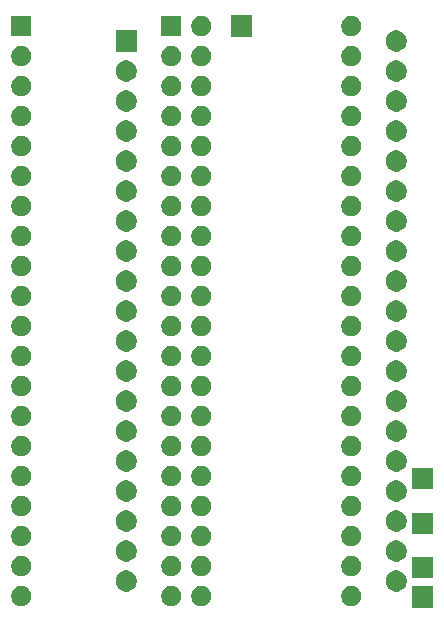
<source format=gbr>
G04 #@! TF.GenerationSoftware,KiCad,Pcbnew,(5.1.5)-3*
G04 #@! TF.CreationDate,2020-05-12T20:02:37-04:00*
G04 #@! TF.ProjectId,6526ESP32,36353236-4553-4503-9332-2e6b69636164,rev?*
G04 #@! TF.SameCoordinates,Original*
G04 #@! TF.FileFunction,Soldermask,Bot*
G04 #@! TF.FilePolarity,Negative*
%FSLAX46Y46*%
G04 Gerber Fmt 4.6, Leading zero omitted, Abs format (unit mm)*
G04 Created by KiCad (PCBNEW (5.1.5)-3) date 2020-05-12 20:02:37*
%MOMM*%
%LPD*%
G04 APERTURE LIST*
%ADD10C,0.100000*%
G04 APERTURE END LIST*
D10*
G36*
X72986200Y-84797200D02*
G01*
X71184200Y-84797200D01*
X71184200Y-82995200D01*
X72986200Y-82995200D01*
X72986200Y-84797200D01*
G37*
G36*
X66288228Y-83001703D02*
G01*
X66443100Y-83065853D01*
X66582481Y-83158985D01*
X66701015Y-83277519D01*
X66794147Y-83416900D01*
X66858297Y-83571772D01*
X66891000Y-83736184D01*
X66891000Y-83903816D01*
X66858297Y-84068228D01*
X66794147Y-84223100D01*
X66701015Y-84362481D01*
X66582481Y-84481015D01*
X66443100Y-84574147D01*
X66288228Y-84638297D01*
X66123816Y-84671000D01*
X65956184Y-84671000D01*
X65791772Y-84638297D01*
X65636900Y-84574147D01*
X65497519Y-84481015D01*
X65378985Y-84362481D01*
X65285853Y-84223100D01*
X65221703Y-84068228D01*
X65189000Y-83903816D01*
X65189000Y-83736184D01*
X65221703Y-83571772D01*
X65285853Y-83416900D01*
X65378985Y-83277519D01*
X65497519Y-83158985D01*
X65636900Y-83065853D01*
X65791772Y-83001703D01*
X65956184Y-82969000D01*
X66123816Y-82969000D01*
X66288228Y-83001703D01*
G37*
G36*
X53588228Y-83001703D02*
G01*
X53743100Y-83065853D01*
X53882481Y-83158985D01*
X54001015Y-83277519D01*
X54094147Y-83416900D01*
X54158297Y-83571772D01*
X54191000Y-83736184D01*
X54191000Y-83903816D01*
X54158297Y-84068228D01*
X54094147Y-84223100D01*
X54001015Y-84362481D01*
X53882481Y-84481015D01*
X53743100Y-84574147D01*
X53588228Y-84638297D01*
X53423816Y-84671000D01*
X53256184Y-84671000D01*
X53091772Y-84638297D01*
X52936900Y-84574147D01*
X52797519Y-84481015D01*
X52678985Y-84362481D01*
X52585853Y-84223100D01*
X52521703Y-84068228D01*
X52489000Y-83903816D01*
X52489000Y-83736184D01*
X52521703Y-83571772D01*
X52585853Y-83416900D01*
X52678985Y-83277519D01*
X52797519Y-83158985D01*
X52936900Y-83065853D01*
X53091772Y-83001703D01*
X53256184Y-82969000D01*
X53423816Y-82969000D01*
X53588228Y-83001703D01*
G37*
G36*
X51048228Y-83001703D02*
G01*
X51203100Y-83065853D01*
X51342481Y-83158985D01*
X51461015Y-83277519D01*
X51554147Y-83416900D01*
X51618297Y-83571772D01*
X51651000Y-83736184D01*
X51651000Y-83903816D01*
X51618297Y-84068228D01*
X51554147Y-84223100D01*
X51461015Y-84362481D01*
X51342481Y-84481015D01*
X51203100Y-84574147D01*
X51048228Y-84638297D01*
X50883816Y-84671000D01*
X50716184Y-84671000D01*
X50551772Y-84638297D01*
X50396900Y-84574147D01*
X50257519Y-84481015D01*
X50138985Y-84362481D01*
X50045853Y-84223100D01*
X49981703Y-84068228D01*
X49949000Y-83903816D01*
X49949000Y-83736184D01*
X49981703Y-83571772D01*
X50045853Y-83416900D01*
X50138985Y-83277519D01*
X50257519Y-83158985D01*
X50396900Y-83065853D01*
X50551772Y-83001703D01*
X50716184Y-82969000D01*
X50883816Y-82969000D01*
X51048228Y-83001703D01*
G37*
G36*
X38348228Y-83001703D02*
G01*
X38503100Y-83065853D01*
X38642481Y-83158985D01*
X38761015Y-83277519D01*
X38854147Y-83416900D01*
X38918297Y-83571772D01*
X38951000Y-83736184D01*
X38951000Y-83903816D01*
X38918297Y-84068228D01*
X38854147Y-84223100D01*
X38761015Y-84362481D01*
X38642481Y-84481015D01*
X38503100Y-84574147D01*
X38348228Y-84638297D01*
X38183816Y-84671000D01*
X38016184Y-84671000D01*
X37851772Y-84638297D01*
X37696900Y-84574147D01*
X37557519Y-84481015D01*
X37438985Y-84362481D01*
X37345853Y-84223100D01*
X37281703Y-84068228D01*
X37249000Y-83903816D01*
X37249000Y-83736184D01*
X37281703Y-83571772D01*
X37345853Y-83416900D01*
X37438985Y-83277519D01*
X37557519Y-83158985D01*
X37696900Y-83065853D01*
X37851772Y-83001703D01*
X38016184Y-82969000D01*
X38183816Y-82969000D01*
X38348228Y-83001703D01*
G37*
G36*
X69963512Y-81653927D02*
G01*
X70112812Y-81683624D01*
X70276784Y-81751544D01*
X70424354Y-81850147D01*
X70549853Y-81975646D01*
X70648456Y-82123216D01*
X70716376Y-82287188D01*
X70751000Y-82461259D01*
X70751000Y-82638741D01*
X70716376Y-82812812D01*
X70648456Y-82976784D01*
X70549853Y-83124354D01*
X70424354Y-83249853D01*
X70276784Y-83348456D01*
X70112812Y-83416376D01*
X69963512Y-83446073D01*
X69938742Y-83451000D01*
X69761258Y-83451000D01*
X69736488Y-83446073D01*
X69587188Y-83416376D01*
X69423216Y-83348456D01*
X69275646Y-83249853D01*
X69150147Y-83124354D01*
X69051544Y-82976784D01*
X68983624Y-82812812D01*
X68949000Y-82638741D01*
X68949000Y-82461259D01*
X68983624Y-82287188D01*
X69051544Y-82123216D01*
X69150147Y-81975646D01*
X69275646Y-81850147D01*
X69423216Y-81751544D01*
X69587188Y-81683624D01*
X69736488Y-81653927D01*
X69761258Y-81649000D01*
X69938742Y-81649000D01*
X69963512Y-81653927D01*
G37*
G36*
X47103512Y-81653927D02*
G01*
X47252812Y-81683624D01*
X47416784Y-81751544D01*
X47564354Y-81850147D01*
X47689853Y-81975646D01*
X47788456Y-82123216D01*
X47856376Y-82287188D01*
X47891000Y-82461259D01*
X47891000Y-82638741D01*
X47856376Y-82812812D01*
X47788456Y-82976784D01*
X47689853Y-83124354D01*
X47564354Y-83249853D01*
X47416784Y-83348456D01*
X47252812Y-83416376D01*
X47103512Y-83446073D01*
X47078742Y-83451000D01*
X46901258Y-83451000D01*
X46876488Y-83446073D01*
X46727188Y-83416376D01*
X46563216Y-83348456D01*
X46415646Y-83249853D01*
X46290147Y-83124354D01*
X46191544Y-82976784D01*
X46123624Y-82812812D01*
X46089000Y-82638741D01*
X46089000Y-82461259D01*
X46123624Y-82287188D01*
X46191544Y-82123216D01*
X46290147Y-81975646D01*
X46415646Y-81850147D01*
X46563216Y-81751544D01*
X46727188Y-81683624D01*
X46876488Y-81653927D01*
X46901258Y-81649000D01*
X47078742Y-81649000D01*
X47103512Y-81653927D01*
G37*
G36*
X72986200Y-82333400D02*
G01*
X71184200Y-82333400D01*
X71184200Y-80531400D01*
X72986200Y-80531400D01*
X72986200Y-82333400D01*
G37*
G36*
X66288228Y-80461703D02*
G01*
X66443100Y-80525853D01*
X66582481Y-80618985D01*
X66701015Y-80737519D01*
X66794147Y-80876900D01*
X66858297Y-81031772D01*
X66891000Y-81196184D01*
X66891000Y-81363816D01*
X66858297Y-81528228D01*
X66794147Y-81683100D01*
X66701015Y-81822481D01*
X66582481Y-81941015D01*
X66443100Y-82034147D01*
X66288228Y-82098297D01*
X66123816Y-82131000D01*
X65956184Y-82131000D01*
X65791772Y-82098297D01*
X65636900Y-82034147D01*
X65497519Y-81941015D01*
X65378985Y-81822481D01*
X65285853Y-81683100D01*
X65221703Y-81528228D01*
X65189000Y-81363816D01*
X65189000Y-81196184D01*
X65221703Y-81031772D01*
X65285853Y-80876900D01*
X65378985Y-80737519D01*
X65497519Y-80618985D01*
X65636900Y-80525853D01*
X65791772Y-80461703D01*
X65956184Y-80429000D01*
X66123816Y-80429000D01*
X66288228Y-80461703D01*
G37*
G36*
X51048228Y-80461703D02*
G01*
X51203100Y-80525853D01*
X51342481Y-80618985D01*
X51461015Y-80737519D01*
X51554147Y-80876900D01*
X51618297Y-81031772D01*
X51651000Y-81196184D01*
X51651000Y-81363816D01*
X51618297Y-81528228D01*
X51554147Y-81683100D01*
X51461015Y-81822481D01*
X51342481Y-81941015D01*
X51203100Y-82034147D01*
X51048228Y-82098297D01*
X50883816Y-82131000D01*
X50716184Y-82131000D01*
X50551772Y-82098297D01*
X50396900Y-82034147D01*
X50257519Y-81941015D01*
X50138985Y-81822481D01*
X50045853Y-81683100D01*
X49981703Y-81528228D01*
X49949000Y-81363816D01*
X49949000Y-81196184D01*
X49981703Y-81031772D01*
X50045853Y-80876900D01*
X50138985Y-80737519D01*
X50257519Y-80618985D01*
X50396900Y-80525853D01*
X50551772Y-80461703D01*
X50716184Y-80429000D01*
X50883816Y-80429000D01*
X51048228Y-80461703D01*
G37*
G36*
X53588228Y-80461703D02*
G01*
X53743100Y-80525853D01*
X53882481Y-80618985D01*
X54001015Y-80737519D01*
X54094147Y-80876900D01*
X54158297Y-81031772D01*
X54191000Y-81196184D01*
X54191000Y-81363816D01*
X54158297Y-81528228D01*
X54094147Y-81683100D01*
X54001015Y-81822481D01*
X53882481Y-81941015D01*
X53743100Y-82034147D01*
X53588228Y-82098297D01*
X53423816Y-82131000D01*
X53256184Y-82131000D01*
X53091772Y-82098297D01*
X52936900Y-82034147D01*
X52797519Y-81941015D01*
X52678985Y-81822481D01*
X52585853Y-81683100D01*
X52521703Y-81528228D01*
X52489000Y-81363816D01*
X52489000Y-81196184D01*
X52521703Y-81031772D01*
X52585853Y-80876900D01*
X52678985Y-80737519D01*
X52797519Y-80618985D01*
X52936900Y-80525853D01*
X53091772Y-80461703D01*
X53256184Y-80429000D01*
X53423816Y-80429000D01*
X53588228Y-80461703D01*
G37*
G36*
X38348228Y-80461703D02*
G01*
X38503100Y-80525853D01*
X38642481Y-80618985D01*
X38761015Y-80737519D01*
X38854147Y-80876900D01*
X38918297Y-81031772D01*
X38951000Y-81196184D01*
X38951000Y-81363816D01*
X38918297Y-81528228D01*
X38854147Y-81683100D01*
X38761015Y-81822481D01*
X38642481Y-81941015D01*
X38503100Y-82034147D01*
X38348228Y-82098297D01*
X38183816Y-82131000D01*
X38016184Y-82131000D01*
X37851772Y-82098297D01*
X37696900Y-82034147D01*
X37557519Y-81941015D01*
X37438985Y-81822481D01*
X37345853Y-81683100D01*
X37281703Y-81528228D01*
X37249000Y-81363816D01*
X37249000Y-81196184D01*
X37281703Y-81031772D01*
X37345853Y-80876900D01*
X37438985Y-80737519D01*
X37557519Y-80618985D01*
X37696900Y-80525853D01*
X37851772Y-80461703D01*
X38016184Y-80429000D01*
X38183816Y-80429000D01*
X38348228Y-80461703D01*
G37*
G36*
X47103512Y-79113927D02*
G01*
X47252812Y-79143624D01*
X47416784Y-79211544D01*
X47564354Y-79310147D01*
X47689853Y-79435646D01*
X47788456Y-79583216D01*
X47856376Y-79747188D01*
X47891000Y-79921259D01*
X47891000Y-80098741D01*
X47856376Y-80272812D01*
X47788456Y-80436784D01*
X47689853Y-80584354D01*
X47564354Y-80709853D01*
X47416784Y-80808456D01*
X47252812Y-80876376D01*
X47103512Y-80906073D01*
X47078742Y-80911000D01*
X46901258Y-80911000D01*
X46876488Y-80906073D01*
X46727188Y-80876376D01*
X46563216Y-80808456D01*
X46415646Y-80709853D01*
X46290147Y-80584354D01*
X46191544Y-80436784D01*
X46123624Y-80272812D01*
X46089000Y-80098741D01*
X46089000Y-79921259D01*
X46123624Y-79747188D01*
X46191544Y-79583216D01*
X46290147Y-79435646D01*
X46415646Y-79310147D01*
X46563216Y-79211544D01*
X46727188Y-79143624D01*
X46876488Y-79113927D01*
X46901258Y-79109000D01*
X47078742Y-79109000D01*
X47103512Y-79113927D01*
G37*
G36*
X69963512Y-79113927D02*
G01*
X70112812Y-79143624D01*
X70276784Y-79211544D01*
X70424354Y-79310147D01*
X70549853Y-79435646D01*
X70648456Y-79583216D01*
X70716376Y-79747188D01*
X70751000Y-79921259D01*
X70751000Y-80098741D01*
X70716376Y-80272812D01*
X70648456Y-80436784D01*
X70549853Y-80584354D01*
X70424354Y-80709853D01*
X70276784Y-80808456D01*
X70112812Y-80876376D01*
X69963512Y-80906073D01*
X69938742Y-80911000D01*
X69761258Y-80911000D01*
X69736488Y-80906073D01*
X69587188Y-80876376D01*
X69423216Y-80808456D01*
X69275646Y-80709853D01*
X69150147Y-80584354D01*
X69051544Y-80436784D01*
X68983624Y-80272812D01*
X68949000Y-80098741D01*
X68949000Y-79921259D01*
X68983624Y-79747188D01*
X69051544Y-79583216D01*
X69150147Y-79435646D01*
X69275646Y-79310147D01*
X69423216Y-79211544D01*
X69587188Y-79143624D01*
X69736488Y-79113927D01*
X69761258Y-79109000D01*
X69938742Y-79109000D01*
X69963512Y-79113927D01*
G37*
G36*
X66288228Y-77921703D02*
G01*
X66443100Y-77985853D01*
X66582481Y-78078985D01*
X66701015Y-78197519D01*
X66794147Y-78336900D01*
X66858297Y-78491772D01*
X66891000Y-78656184D01*
X66891000Y-78823816D01*
X66858297Y-78988228D01*
X66794147Y-79143100D01*
X66701015Y-79282481D01*
X66582481Y-79401015D01*
X66443100Y-79494147D01*
X66288228Y-79558297D01*
X66123816Y-79591000D01*
X65956184Y-79591000D01*
X65791772Y-79558297D01*
X65636900Y-79494147D01*
X65497519Y-79401015D01*
X65378985Y-79282481D01*
X65285853Y-79143100D01*
X65221703Y-78988228D01*
X65189000Y-78823816D01*
X65189000Y-78656184D01*
X65221703Y-78491772D01*
X65285853Y-78336900D01*
X65378985Y-78197519D01*
X65497519Y-78078985D01*
X65636900Y-77985853D01*
X65791772Y-77921703D01*
X65956184Y-77889000D01*
X66123816Y-77889000D01*
X66288228Y-77921703D01*
G37*
G36*
X38348228Y-77921703D02*
G01*
X38503100Y-77985853D01*
X38642481Y-78078985D01*
X38761015Y-78197519D01*
X38854147Y-78336900D01*
X38918297Y-78491772D01*
X38951000Y-78656184D01*
X38951000Y-78823816D01*
X38918297Y-78988228D01*
X38854147Y-79143100D01*
X38761015Y-79282481D01*
X38642481Y-79401015D01*
X38503100Y-79494147D01*
X38348228Y-79558297D01*
X38183816Y-79591000D01*
X38016184Y-79591000D01*
X37851772Y-79558297D01*
X37696900Y-79494147D01*
X37557519Y-79401015D01*
X37438985Y-79282481D01*
X37345853Y-79143100D01*
X37281703Y-78988228D01*
X37249000Y-78823816D01*
X37249000Y-78656184D01*
X37281703Y-78491772D01*
X37345853Y-78336900D01*
X37438985Y-78197519D01*
X37557519Y-78078985D01*
X37696900Y-77985853D01*
X37851772Y-77921703D01*
X38016184Y-77889000D01*
X38183816Y-77889000D01*
X38348228Y-77921703D01*
G37*
G36*
X53588228Y-77921703D02*
G01*
X53743100Y-77985853D01*
X53882481Y-78078985D01*
X54001015Y-78197519D01*
X54094147Y-78336900D01*
X54158297Y-78491772D01*
X54191000Y-78656184D01*
X54191000Y-78823816D01*
X54158297Y-78988228D01*
X54094147Y-79143100D01*
X54001015Y-79282481D01*
X53882481Y-79401015D01*
X53743100Y-79494147D01*
X53588228Y-79558297D01*
X53423816Y-79591000D01*
X53256184Y-79591000D01*
X53091772Y-79558297D01*
X52936900Y-79494147D01*
X52797519Y-79401015D01*
X52678985Y-79282481D01*
X52585853Y-79143100D01*
X52521703Y-78988228D01*
X52489000Y-78823816D01*
X52489000Y-78656184D01*
X52521703Y-78491772D01*
X52585853Y-78336900D01*
X52678985Y-78197519D01*
X52797519Y-78078985D01*
X52936900Y-77985853D01*
X53091772Y-77921703D01*
X53256184Y-77889000D01*
X53423816Y-77889000D01*
X53588228Y-77921703D01*
G37*
G36*
X51048228Y-77921703D02*
G01*
X51203100Y-77985853D01*
X51342481Y-78078985D01*
X51461015Y-78197519D01*
X51554147Y-78336900D01*
X51618297Y-78491772D01*
X51651000Y-78656184D01*
X51651000Y-78823816D01*
X51618297Y-78988228D01*
X51554147Y-79143100D01*
X51461015Y-79282481D01*
X51342481Y-79401015D01*
X51203100Y-79494147D01*
X51048228Y-79558297D01*
X50883816Y-79591000D01*
X50716184Y-79591000D01*
X50551772Y-79558297D01*
X50396900Y-79494147D01*
X50257519Y-79401015D01*
X50138985Y-79282481D01*
X50045853Y-79143100D01*
X49981703Y-78988228D01*
X49949000Y-78823816D01*
X49949000Y-78656184D01*
X49981703Y-78491772D01*
X50045853Y-78336900D01*
X50138985Y-78197519D01*
X50257519Y-78078985D01*
X50396900Y-77985853D01*
X50551772Y-77921703D01*
X50716184Y-77889000D01*
X50883816Y-77889000D01*
X51048228Y-77921703D01*
G37*
G36*
X72986200Y-78574200D02*
G01*
X71184200Y-78574200D01*
X71184200Y-76772200D01*
X72986200Y-76772200D01*
X72986200Y-78574200D01*
G37*
G36*
X69963512Y-76573927D02*
G01*
X70112812Y-76603624D01*
X70276784Y-76671544D01*
X70424354Y-76770147D01*
X70549853Y-76895646D01*
X70648456Y-77043216D01*
X70716376Y-77207188D01*
X70751000Y-77381259D01*
X70751000Y-77558741D01*
X70716376Y-77732812D01*
X70648456Y-77896784D01*
X70549853Y-78044354D01*
X70424354Y-78169853D01*
X70276784Y-78268456D01*
X70112812Y-78336376D01*
X69963512Y-78366073D01*
X69938742Y-78371000D01*
X69761258Y-78371000D01*
X69736488Y-78366073D01*
X69587188Y-78336376D01*
X69423216Y-78268456D01*
X69275646Y-78169853D01*
X69150147Y-78044354D01*
X69051544Y-77896784D01*
X68983624Y-77732812D01*
X68949000Y-77558741D01*
X68949000Y-77381259D01*
X68983624Y-77207188D01*
X69051544Y-77043216D01*
X69150147Y-76895646D01*
X69275646Y-76770147D01*
X69423216Y-76671544D01*
X69587188Y-76603624D01*
X69736488Y-76573927D01*
X69761258Y-76569000D01*
X69938742Y-76569000D01*
X69963512Y-76573927D01*
G37*
G36*
X47103512Y-76573927D02*
G01*
X47252812Y-76603624D01*
X47416784Y-76671544D01*
X47564354Y-76770147D01*
X47689853Y-76895646D01*
X47788456Y-77043216D01*
X47856376Y-77207188D01*
X47891000Y-77381259D01*
X47891000Y-77558741D01*
X47856376Y-77732812D01*
X47788456Y-77896784D01*
X47689853Y-78044354D01*
X47564354Y-78169853D01*
X47416784Y-78268456D01*
X47252812Y-78336376D01*
X47103512Y-78366073D01*
X47078742Y-78371000D01*
X46901258Y-78371000D01*
X46876488Y-78366073D01*
X46727188Y-78336376D01*
X46563216Y-78268456D01*
X46415646Y-78169853D01*
X46290147Y-78044354D01*
X46191544Y-77896784D01*
X46123624Y-77732812D01*
X46089000Y-77558741D01*
X46089000Y-77381259D01*
X46123624Y-77207188D01*
X46191544Y-77043216D01*
X46290147Y-76895646D01*
X46415646Y-76770147D01*
X46563216Y-76671544D01*
X46727188Y-76603624D01*
X46876488Y-76573927D01*
X46901258Y-76569000D01*
X47078742Y-76569000D01*
X47103512Y-76573927D01*
G37*
G36*
X38348228Y-75381703D02*
G01*
X38503100Y-75445853D01*
X38642481Y-75538985D01*
X38761015Y-75657519D01*
X38854147Y-75796900D01*
X38918297Y-75951772D01*
X38951000Y-76116184D01*
X38951000Y-76283816D01*
X38918297Y-76448228D01*
X38854147Y-76603100D01*
X38761015Y-76742481D01*
X38642481Y-76861015D01*
X38503100Y-76954147D01*
X38348228Y-77018297D01*
X38183816Y-77051000D01*
X38016184Y-77051000D01*
X37851772Y-77018297D01*
X37696900Y-76954147D01*
X37557519Y-76861015D01*
X37438985Y-76742481D01*
X37345853Y-76603100D01*
X37281703Y-76448228D01*
X37249000Y-76283816D01*
X37249000Y-76116184D01*
X37281703Y-75951772D01*
X37345853Y-75796900D01*
X37438985Y-75657519D01*
X37557519Y-75538985D01*
X37696900Y-75445853D01*
X37851772Y-75381703D01*
X38016184Y-75349000D01*
X38183816Y-75349000D01*
X38348228Y-75381703D01*
G37*
G36*
X66288228Y-75381703D02*
G01*
X66443100Y-75445853D01*
X66582481Y-75538985D01*
X66701015Y-75657519D01*
X66794147Y-75796900D01*
X66858297Y-75951772D01*
X66891000Y-76116184D01*
X66891000Y-76283816D01*
X66858297Y-76448228D01*
X66794147Y-76603100D01*
X66701015Y-76742481D01*
X66582481Y-76861015D01*
X66443100Y-76954147D01*
X66288228Y-77018297D01*
X66123816Y-77051000D01*
X65956184Y-77051000D01*
X65791772Y-77018297D01*
X65636900Y-76954147D01*
X65497519Y-76861015D01*
X65378985Y-76742481D01*
X65285853Y-76603100D01*
X65221703Y-76448228D01*
X65189000Y-76283816D01*
X65189000Y-76116184D01*
X65221703Y-75951772D01*
X65285853Y-75796900D01*
X65378985Y-75657519D01*
X65497519Y-75538985D01*
X65636900Y-75445853D01*
X65791772Y-75381703D01*
X65956184Y-75349000D01*
X66123816Y-75349000D01*
X66288228Y-75381703D01*
G37*
G36*
X53588228Y-75381703D02*
G01*
X53743100Y-75445853D01*
X53882481Y-75538985D01*
X54001015Y-75657519D01*
X54094147Y-75796900D01*
X54158297Y-75951772D01*
X54191000Y-76116184D01*
X54191000Y-76283816D01*
X54158297Y-76448228D01*
X54094147Y-76603100D01*
X54001015Y-76742481D01*
X53882481Y-76861015D01*
X53743100Y-76954147D01*
X53588228Y-77018297D01*
X53423816Y-77051000D01*
X53256184Y-77051000D01*
X53091772Y-77018297D01*
X52936900Y-76954147D01*
X52797519Y-76861015D01*
X52678985Y-76742481D01*
X52585853Y-76603100D01*
X52521703Y-76448228D01*
X52489000Y-76283816D01*
X52489000Y-76116184D01*
X52521703Y-75951772D01*
X52585853Y-75796900D01*
X52678985Y-75657519D01*
X52797519Y-75538985D01*
X52936900Y-75445853D01*
X53091772Y-75381703D01*
X53256184Y-75349000D01*
X53423816Y-75349000D01*
X53588228Y-75381703D01*
G37*
G36*
X51048228Y-75381703D02*
G01*
X51203100Y-75445853D01*
X51342481Y-75538985D01*
X51461015Y-75657519D01*
X51554147Y-75796900D01*
X51618297Y-75951772D01*
X51651000Y-76116184D01*
X51651000Y-76283816D01*
X51618297Y-76448228D01*
X51554147Y-76603100D01*
X51461015Y-76742481D01*
X51342481Y-76861015D01*
X51203100Y-76954147D01*
X51048228Y-77018297D01*
X50883816Y-77051000D01*
X50716184Y-77051000D01*
X50551772Y-77018297D01*
X50396900Y-76954147D01*
X50257519Y-76861015D01*
X50138985Y-76742481D01*
X50045853Y-76603100D01*
X49981703Y-76448228D01*
X49949000Y-76283816D01*
X49949000Y-76116184D01*
X49981703Y-75951772D01*
X50045853Y-75796900D01*
X50138985Y-75657519D01*
X50257519Y-75538985D01*
X50396900Y-75445853D01*
X50551772Y-75381703D01*
X50716184Y-75349000D01*
X50883816Y-75349000D01*
X51048228Y-75381703D01*
G37*
G36*
X69963512Y-74033927D02*
G01*
X70112812Y-74063624D01*
X70276784Y-74131544D01*
X70424354Y-74230147D01*
X70549853Y-74355646D01*
X70648456Y-74503216D01*
X70716376Y-74667188D01*
X70751000Y-74841259D01*
X70751000Y-75018741D01*
X70716376Y-75192812D01*
X70648456Y-75356784D01*
X70549853Y-75504354D01*
X70424354Y-75629853D01*
X70276784Y-75728456D01*
X70112812Y-75796376D01*
X69963512Y-75826073D01*
X69938742Y-75831000D01*
X69761258Y-75831000D01*
X69736488Y-75826073D01*
X69587188Y-75796376D01*
X69423216Y-75728456D01*
X69275646Y-75629853D01*
X69150147Y-75504354D01*
X69051544Y-75356784D01*
X68983624Y-75192812D01*
X68949000Y-75018741D01*
X68949000Y-74841259D01*
X68983624Y-74667188D01*
X69051544Y-74503216D01*
X69150147Y-74355646D01*
X69275646Y-74230147D01*
X69423216Y-74131544D01*
X69587188Y-74063624D01*
X69736488Y-74033927D01*
X69761258Y-74029000D01*
X69938742Y-74029000D01*
X69963512Y-74033927D01*
G37*
G36*
X47103512Y-74033927D02*
G01*
X47252812Y-74063624D01*
X47416784Y-74131544D01*
X47564354Y-74230147D01*
X47689853Y-74355646D01*
X47788456Y-74503216D01*
X47856376Y-74667188D01*
X47891000Y-74841259D01*
X47891000Y-75018741D01*
X47856376Y-75192812D01*
X47788456Y-75356784D01*
X47689853Y-75504354D01*
X47564354Y-75629853D01*
X47416784Y-75728456D01*
X47252812Y-75796376D01*
X47103512Y-75826073D01*
X47078742Y-75831000D01*
X46901258Y-75831000D01*
X46876488Y-75826073D01*
X46727188Y-75796376D01*
X46563216Y-75728456D01*
X46415646Y-75629853D01*
X46290147Y-75504354D01*
X46191544Y-75356784D01*
X46123624Y-75192812D01*
X46089000Y-75018741D01*
X46089000Y-74841259D01*
X46123624Y-74667188D01*
X46191544Y-74503216D01*
X46290147Y-74355646D01*
X46415646Y-74230147D01*
X46563216Y-74131544D01*
X46727188Y-74063624D01*
X46876488Y-74033927D01*
X46901258Y-74029000D01*
X47078742Y-74029000D01*
X47103512Y-74033927D01*
G37*
G36*
X72986200Y-74789600D02*
G01*
X71184200Y-74789600D01*
X71184200Y-72987600D01*
X72986200Y-72987600D01*
X72986200Y-74789600D01*
G37*
G36*
X38348228Y-72841703D02*
G01*
X38503100Y-72905853D01*
X38642481Y-72998985D01*
X38761015Y-73117519D01*
X38854147Y-73256900D01*
X38918297Y-73411772D01*
X38951000Y-73576184D01*
X38951000Y-73743816D01*
X38918297Y-73908228D01*
X38854147Y-74063100D01*
X38761015Y-74202481D01*
X38642481Y-74321015D01*
X38503100Y-74414147D01*
X38348228Y-74478297D01*
X38183816Y-74511000D01*
X38016184Y-74511000D01*
X37851772Y-74478297D01*
X37696900Y-74414147D01*
X37557519Y-74321015D01*
X37438985Y-74202481D01*
X37345853Y-74063100D01*
X37281703Y-73908228D01*
X37249000Y-73743816D01*
X37249000Y-73576184D01*
X37281703Y-73411772D01*
X37345853Y-73256900D01*
X37438985Y-73117519D01*
X37557519Y-72998985D01*
X37696900Y-72905853D01*
X37851772Y-72841703D01*
X38016184Y-72809000D01*
X38183816Y-72809000D01*
X38348228Y-72841703D01*
G37*
G36*
X53588228Y-72841703D02*
G01*
X53743100Y-72905853D01*
X53882481Y-72998985D01*
X54001015Y-73117519D01*
X54094147Y-73256900D01*
X54158297Y-73411772D01*
X54191000Y-73576184D01*
X54191000Y-73743816D01*
X54158297Y-73908228D01*
X54094147Y-74063100D01*
X54001015Y-74202481D01*
X53882481Y-74321015D01*
X53743100Y-74414147D01*
X53588228Y-74478297D01*
X53423816Y-74511000D01*
X53256184Y-74511000D01*
X53091772Y-74478297D01*
X52936900Y-74414147D01*
X52797519Y-74321015D01*
X52678985Y-74202481D01*
X52585853Y-74063100D01*
X52521703Y-73908228D01*
X52489000Y-73743816D01*
X52489000Y-73576184D01*
X52521703Y-73411772D01*
X52585853Y-73256900D01*
X52678985Y-73117519D01*
X52797519Y-72998985D01*
X52936900Y-72905853D01*
X53091772Y-72841703D01*
X53256184Y-72809000D01*
X53423816Y-72809000D01*
X53588228Y-72841703D01*
G37*
G36*
X66288228Y-72841703D02*
G01*
X66443100Y-72905853D01*
X66582481Y-72998985D01*
X66701015Y-73117519D01*
X66794147Y-73256900D01*
X66858297Y-73411772D01*
X66891000Y-73576184D01*
X66891000Y-73743816D01*
X66858297Y-73908228D01*
X66794147Y-74063100D01*
X66701015Y-74202481D01*
X66582481Y-74321015D01*
X66443100Y-74414147D01*
X66288228Y-74478297D01*
X66123816Y-74511000D01*
X65956184Y-74511000D01*
X65791772Y-74478297D01*
X65636900Y-74414147D01*
X65497519Y-74321015D01*
X65378985Y-74202481D01*
X65285853Y-74063100D01*
X65221703Y-73908228D01*
X65189000Y-73743816D01*
X65189000Y-73576184D01*
X65221703Y-73411772D01*
X65285853Y-73256900D01*
X65378985Y-73117519D01*
X65497519Y-72998985D01*
X65636900Y-72905853D01*
X65791772Y-72841703D01*
X65956184Y-72809000D01*
X66123816Y-72809000D01*
X66288228Y-72841703D01*
G37*
G36*
X51048228Y-72841703D02*
G01*
X51203100Y-72905853D01*
X51342481Y-72998985D01*
X51461015Y-73117519D01*
X51554147Y-73256900D01*
X51618297Y-73411772D01*
X51651000Y-73576184D01*
X51651000Y-73743816D01*
X51618297Y-73908228D01*
X51554147Y-74063100D01*
X51461015Y-74202481D01*
X51342481Y-74321015D01*
X51203100Y-74414147D01*
X51048228Y-74478297D01*
X50883816Y-74511000D01*
X50716184Y-74511000D01*
X50551772Y-74478297D01*
X50396900Y-74414147D01*
X50257519Y-74321015D01*
X50138985Y-74202481D01*
X50045853Y-74063100D01*
X49981703Y-73908228D01*
X49949000Y-73743816D01*
X49949000Y-73576184D01*
X49981703Y-73411772D01*
X50045853Y-73256900D01*
X50138985Y-73117519D01*
X50257519Y-72998985D01*
X50396900Y-72905853D01*
X50551772Y-72841703D01*
X50716184Y-72809000D01*
X50883816Y-72809000D01*
X51048228Y-72841703D01*
G37*
G36*
X69963512Y-71493927D02*
G01*
X70112812Y-71523624D01*
X70276784Y-71591544D01*
X70424354Y-71690147D01*
X70549853Y-71815646D01*
X70648456Y-71963216D01*
X70716376Y-72127188D01*
X70751000Y-72301259D01*
X70751000Y-72478741D01*
X70716376Y-72652812D01*
X70648456Y-72816784D01*
X70549853Y-72964354D01*
X70424354Y-73089853D01*
X70276784Y-73188456D01*
X70112812Y-73256376D01*
X69963512Y-73286073D01*
X69938742Y-73291000D01*
X69761258Y-73291000D01*
X69736488Y-73286073D01*
X69587188Y-73256376D01*
X69423216Y-73188456D01*
X69275646Y-73089853D01*
X69150147Y-72964354D01*
X69051544Y-72816784D01*
X68983624Y-72652812D01*
X68949000Y-72478741D01*
X68949000Y-72301259D01*
X68983624Y-72127188D01*
X69051544Y-71963216D01*
X69150147Y-71815646D01*
X69275646Y-71690147D01*
X69423216Y-71591544D01*
X69587188Y-71523624D01*
X69736488Y-71493927D01*
X69761258Y-71489000D01*
X69938742Y-71489000D01*
X69963512Y-71493927D01*
G37*
G36*
X47103512Y-71493927D02*
G01*
X47252812Y-71523624D01*
X47416784Y-71591544D01*
X47564354Y-71690147D01*
X47689853Y-71815646D01*
X47788456Y-71963216D01*
X47856376Y-72127188D01*
X47891000Y-72301259D01*
X47891000Y-72478741D01*
X47856376Y-72652812D01*
X47788456Y-72816784D01*
X47689853Y-72964354D01*
X47564354Y-73089853D01*
X47416784Y-73188456D01*
X47252812Y-73256376D01*
X47103512Y-73286073D01*
X47078742Y-73291000D01*
X46901258Y-73291000D01*
X46876488Y-73286073D01*
X46727188Y-73256376D01*
X46563216Y-73188456D01*
X46415646Y-73089853D01*
X46290147Y-72964354D01*
X46191544Y-72816784D01*
X46123624Y-72652812D01*
X46089000Y-72478741D01*
X46089000Y-72301259D01*
X46123624Y-72127188D01*
X46191544Y-71963216D01*
X46290147Y-71815646D01*
X46415646Y-71690147D01*
X46563216Y-71591544D01*
X46727188Y-71523624D01*
X46876488Y-71493927D01*
X46901258Y-71489000D01*
X47078742Y-71489000D01*
X47103512Y-71493927D01*
G37*
G36*
X53588228Y-70301703D02*
G01*
X53743100Y-70365853D01*
X53882481Y-70458985D01*
X54001015Y-70577519D01*
X54094147Y-70716900D01*
X54158297Y-70871772D01*
X54191000Y-71036184D01*
X54191000Y-71203816D01*
X54158297Y-71368228D01*
X54094147Y-71523100D01*
X54001015Y-71662481D01*
X53882481Y-71781015D01*
X53743100Y-71874147D01*
X53588228Y-71938297D01*
X53423816Y-71971000D01*
X53256184Y-71971000D01*
X53091772Y-71938297D01*
X52936900Y-71874147D01*
X52797519Y-71781015D01*
X52678985Y-71662481D01*
X52585853Y-71523100D01*
X52521703Y-71368228D01*
X52489000Y-71203816D01*
X52489000Y-71036184D01*
X52521703Y-70871772D01*
X52585853Y-70716900D01*
X52678985Y-70577519D01*
X52797519Y-70458985D01*
X52936900Y-70365853D01*
X53091772Y-70301703D01*
X53256184Y-70269000D01*
X53423816Y-70269000D01*
X53588228Y-70301703D01*
G37*
G36*
X38348228Y-70301703D02*
G01*
X38503100Y-70365853D01*
X38642481Y-70458985D01*
X38761015Y-70577519D01*
X38854147Y-70716900D01*
X38918297Y-70871772D01*
X38951000Y-71036184D01*
X38951000Y-71203816D01*
X38918297Y-71368228D01*
X38854147Y-71523100D01*
X38761015Y-71662481D01*
X38642481Y-71781015D01*
X38503100Y-71874147D01*
X38348228Y-71938297D01*
X38183816Y-71971000D01*
X38016184Y-71971000D01*
X37851772Y-71938297D01*
X37696900Y-71874147D01*
X37557519Y-71781015D01*
X37438985Y-71662481D01*
X37345853Y-71523100D01*
X37281703Y-71368228D01*
X37249000Y-71203816D01*
X37249000Y-71036184D01*
X37281703Y-70871772D01*
X37345853Y-70716900D01*
X37438985Y-70577519D01*
X37557519Y-70458985D01*
X37696900Y-70365853D01*
X37851772Y-70301703D01*
X38016184Y-70269000D01*
X38183816Y-70269000D01*
X38348228Y-70301703D01*
G37*
G36*
X51048228Y-70301703D02*
G01*
X51203100Y-70365853D01*
X51342481Y-70458985D01*
X51461015Y-70577519D01*
X51554147Y-70716900D01*
X51618297Y-70871772D01*
X51651000Y-71036184D01*
X51651000Y-71203816D01*
X51618297Y-71368228D01*
X51554147Y-71523100D01*
X51461015Y-71662481D01*
X51342481Y-71781015D01*
X51203100Y-71874147D01*
X51048228Y-71938297D01*
X50883816Y-71971000D01*
X50716184Y-71971000D01*
X50551772Y-71938297D01*
X50396900Y-71874147D01*
X50257519Y-71781015D01*
X50138985Y-71662481D01*
X50045853Y-71523100D01*
X49981703Y-71368228D01*
X49949000Y-71203816D01*
X49949000Y-71036184D01*
X49981703Y-70871772D01*
X50045853Y-70716900D01*
X50138985Y-70577519D01*
X50257519Y-70458985D01*
X50396900Y-70365853D01*
X50551772Y-70301703D01*
X50716184Y-70269000D01*
X50883816Y-70269000D01*
X51048228Y-70301703D01*
G37*
G36*
X66288228Y-70301703D02*
G01*
X66443100Y-70365853D01*
X66582481Y-70458985D01*
X66701015Y-70577519D01*
X66794147Y-70716900D01*
X66858297Y-70871772D01*
X66891000Y-71036184D01*
X66891000Y-71203816D01*
X66858297Y-71368228D01*
X66794147Y-71523100D01*
X66701015Y-71662481D01*
X66582481Y-71781015D01*
X66443100Y-71874147D01*
X66288228Y-71938297D01*
X66123816Y-71971000D01*
X65956184Y-71971000D01*
X65791772Y-71938297D01*
X65636900Y-71874147D01*
X65497519Y-71781015D01*
X65378985Y-71662481D01*
X65285853Y-71523100D01*
X65221703Y-71368228D01*
X65189000Y-71203816D01*
X65189000Y-71036184D01*
X65221703Y-70871772D01*
X65285853Y-70716900D01*
X65378985Y-70577519D01*
X65497519Y-70458985D01*
X65636900Y-70365853D01*
X65791772Y-70301703D01*
X65956184Y-70269000D01*
X66123816Y-70269000D01*
X66288228Y-70301703D01*
G37*
G36*
X69963512Y-68953927D02*
G01*
X70112812Y-68983624D01*
X70276784Y-69051544D01*
X70424354Y-69150147D01*
X70549853Y-69275646D01*
X70648456Y-69423216D01*
X70716376Y-69587188D01*
X70751000Y-69761259D01*
X70751000Y-69938741D01*
X70716376Y-70112812D01*
X70648456Y-70276784D01*
X70549853Y-70424354D01*
X70424354Y-70549853D01*
X70276784Y-70648456D01*
X70112812Y-70716376D01*
X69963512Y-70746073D01*
X69938742Y-70751000D01*
X69761258Y-70751000D01*
X69736488Y-70746073D01*
X69587188Y-70716376D01*
X69423216Y-70648456D01*
X69275646Y-70549853D01*
X69150147Y-70424354D01*
X69051544Y-70276784D01*
X68983624Y-70112812D01*
X68949000Y-69938741D01*
X68949000Y-69761259D01*
X68983624Y-69587188D01*
X69051544Y-69423216D01*
X69150147Y-69275646D01*
X69275646Y-69150147D01*
X69423216Y-69051544D01*
X69587188Y-68983624D01*
X69736488Y-68953927D01*
X69761258Y-68949000D01*
X69938742Y-68949000D01*
X69963512Y-68953927D01*
G37*
G36*
X47103512Y-68953927D02*
G01*
X47252812Y-68983624D01*
X47416784Y-69051544D01*
X47564354Y-69150147D01*
X47689853Y-69275646D01*
X47788456Y-69423216D01*
X47856376Y-69587188D01*
X47891000Y-69761259D01*
X47891000Y-69938741D01*
X47856376Y-70112812D01*
X47788456Y-70276784D01*
X47689853Y-70424354D01*
X47564354Y-70549853D01*
X47416784Y-70648456D01*
X47252812Y-70716376D01*
X47103512Y-70746073D01*
X47078742Y-70751000D01*
X46901258Y-70751000D01*
X46876488Y-70746073D01*
X46727188Y-70716376D01*
X46563216Y-70648456D01*
X46415646Y-70549853D01*
X46290147Y-70424354D01*
X46191544Y-70276784D01*
X46123624Y-70112812D01*
X46089000Y-69938741D01*
X46089000Y-69761259D01*
X46123624Y-69587188D01*
X46191544Y-69423216D01*
X46290147Y-69275646D01*
X46415646Y-69150147D01*
X46563216Y-69051544D01*
X46727188Y-68983624D01*
X46876488Y-68953927D01*
X46901258Y-68949000D01*
X47078742Y-68949000D01*
X47103512Y-68953927D01*
G37*
G36*
X53588228Y-67761703D02*
G01*
X53743100Y-67825853D01*
X53882481Y-67918985D01*
X54001015Y-68037519D01*
X54094147Y-68176900D01*
X54158297Y-68331772D01*
X54191000Y-68496184D01*
X54191000Y-68663816D01*
X54158297Y-68828228D01*
X54094147Y-68983100D01*
X54001015Y-69122481D01*
X53882481Y-69241015D01*
X53743100Y-69334147D01*
X53588228Y-69398297D01*
X53423816Y-69431000D01*
X53256184Y-69431000D01*
X53091772Y-69398297D01*
X52936900Y-69334147D01*
X52797519Y-69241015D01*
X52678985Y-69122481D01*
X52585853Y-68983100D01*
X52521703Y-68828228D01*
X52489000Y-68663816D01*
X52489000Y-68496184D01*
X52521703Y-68331772D01*
X52585853Y-68176900D01*
X52678985Y-68037519D01*
X52797519Y-67918985D01*
X52936900Y-67825853D01*
X53091772Y-67761703D01*
X53256184Y-67729000D01*
X53423816Y-67729000D01*
X53588228Y-67761703D01*
G37*
G36*
X38348228Y-67761703D02*
G01*
X38503100Y-67825853D01*
X38642481Y-67918985D01*
X38761015Y-68037519D01*
X38854147Y-68176900D01*
X38918297Y-68331772D01*
X38951000Y-68496184D01*
X38951000Y-68663816D01*
X38918297Y-68828228D01*
X38854147Y-68983100D01*
X38761015Y-69122481D01*
X38642481Y-69241015D01*
X38503100Y-69334147D01*
X38348228Y-69398297D01*
X38183816Y-69431000D01*
X38016184Y-69431000D01*
X37851772Y-69398297D01*
X37696900Y-69334147D01*
X37557519Y-69241015D01*
X37438985Y-69122481D01*
X37345853Y-68983100D01*
X37281703Y-68828228D01*
X37249000Y-68663816D01*
X37249000Y-68496184D01*
X37281703Y-68331772D01*
X37345853Y-68176900D01*
X37438985Y-68037519D01*
X37557519Y-67918985D01*
X37696900Y-67825853D01*
X37851772Y-67761703D01*
X38016184Y-67729000D01*
X38183816Y-67729000D01*
X38348228Y-67761703D01*
G37*
G36*
X66288228Y-67761703D02*
G01*
X66443100Y-67825853D01*
X66582481Y-67918985D01*
X66701015Y-68037519D01*
X66794147Y-68176900D01*
X66858297Y-68331772D01*
X66891000Y-68496184D01*
X66891000Y-68663816D01*
X66858297Y-68828228D01*
X66794147Y-68983100D01*
X66701015Y-69122481D01*
X66582481Y-69241015D01*
X66443100Y-69334147D01*
X66288228Y-69398297D01*
X66123816Y-69431000D01*
X65956184Y-69431000D01*
X65791772Y-69398297D01*
X65636900Y-69334147D01*
X65497519Y-69241015D01*
X65378985Y-69122481D01*
X65285853Y-68983100D01*
X65221703Y-68828228D01*
X65189000Y-68663816D01*
X65189000Y-68496184D01*
X65221703Y-68331772D01*
X65285853Y-68176900D01*
X65378985Y-68037519D01*
X65497519Y-67918985D01*
X65636900Y-67825853D01*
X65791772Y-67761703D01*
X65956184Y-67729000D01*
X66123816Y-67729000D01*
X66288228Y-67761703D01*
G37*
G36*
X51048228Y-67761703D02*
G01*
X51203100Y-67825853D01*
X51342481Y-67918985D01*
X51461015Y-68037519D01*
X51554147Y-68176900D01*
X51618297Y-68331772D01*
X51651000Y-68496184D01*
X51651000Y-68663816D01*
X51618297Y-68828228D01*
X51554147Y-68983100D01*
X51461015Y-69122481D01*
X51342481Y-69241015D01*
X51203100Y-69334147D01*
X51048228Y-69398297D01*
X50883816Y-69431000D01*
X50716184Y-69431000D01*
X50551772Y-69398297D01*
X50396900Y-69334147D01*
X50257519Y-69241015D01*
X50138985Y-69122481D01*
X50045853Y-68983100D01*
X49981703Y-68828228D01*
X49949000Y-68663816D01*
X49949000Y-68496184D01*
X49981703Y-68331772D01*
X50045853Y-68176900D01*
X50138985Y-68037519D01*
X50257519Y-67918985D01*
X50396900Y-67825853D01*
X50551772Y-67761703D01*
X50716184Y-67729000D01*
X50883816Y-67729000D01*
X51048228Y-67761703D01*
G37*
G36*
X47103512Y-66413927D02*
G01*
X47252812Y-66443624D01*
X47416784Y-66511544D01*
X47564354Y-66610147D01*
X47689853Y-66735646D01*
X47788456Y-66883216D01*
X47856376Y-67047188D01*
X47891000Y-67221259D01*
X47891000Y-67398741D01*
X47856376Y-67572812D01*
X47788456Y-67736784D01*
X47689853Y-67884354D01*
X47564354Y-68009853D01*
X47416784Y-68108456D01*
X47252812Y-68176376D01*
X47103512Y-68206073D01*
X47078742Y-68211000D01*
X46901258Y-68211000D01*
X46876488Y-68206073D01*
X46727188Y-68176376D01*
X46563216Y-68108456D01*
X46415646Y-68009853D01*
X46290147Y-67884354D01*
X46191544Y-67736784D01*
X46123624Y-67572812D01*
X46089000Y-67398741D01*
X46089000Y-67221259D01*
X46123624Y-67047188D01*
X46191544Y-66883216D01*
X46290147Y-66735646D01*
X46415646Y-66610147D01*
X46563216Y-66511544D01*
X46727188Y-66443624D01*
X46876488Y-66413927D01*
X46901258Y-66409000D01*
X47078742Y-66409000D01*
X47103512Y-66413927D01*
G37*
G36*
X69963512Y-66413927D02*
G01*
X70112812Y-66443624D01*
X70276784Y-66511544D01*
X70424354Y-66610147D01*
X70549853Y-66735646D01*
X70648456Y-66883216D01*
X70716376Y-67047188D01*
X70751000Y-67221259D01*
X70751000Y-67398741D01*
X70716376Y-67572812D01*
X70648456Y-67736784D01*
X70549853Y-67884354D01*
X70424354Y-68009853D01*
X70276784Y-68108456D01*
X70112812Y-68176376D01*
X69963512Y-68206073D01*
X69938742Y-68211000D01*
X69761258Y-68211000D01*
X69736488Y-68206073D01*
X69587188Y-68176376D01*
X69423216Y-68108456D01*
X69275646Y-68009853D01*
X69150147Y-67884354D01*
X69051544Y-67736784D01*
X68983624Y-67572812D01*
X68949000Y-67398741D01*
X68949000Y-67221259D01*
X68983624Y-67047188D01*
X69051544Y-66883216D01*
X69150147Y-66735646D01*
X69275646Y-66610147D01*
X69423216Y-66511544D01*
X69587188Y-66443624D01*
X69736488Y-66413927D01*
X69761258Y-66409000D01*
X69938742Y-66409000D01*
X69963512Y-66413927D01*
G37*
G36*
X38348228Y-65221703D02*
G01*
X38503100Y-65285853D01*
X38642481Y-65378985D01*
X38761015Y-65497519D01*
X38854147Y-65636900D01*
X38918297Y-65791772D01*
X38951000Y-65956184D01*
X38951000Y-66123816D01*
X38918297Y-66288228D01*
X38854147Y-66443100D01*
X38761015Y-66582481D01*
X38642481Y-66701015D01*
X38503100Y-66794147D01*
X38348228Y-66858297D01*
X38183816Y-66891000D01*
X38016184Y-66891000D01*
X37851772Y-66858297D01*
X37696900Y-66794147D01*
X37557519Y-66701015D01*
X37438985Y-66582481D01*
X37345853Y-66443100D01*
X37281703Y-66288228D01*
X37249000Y-66123816D01*
X37249000Y-65956184D01*
X37281703Y-65791772D01*
X37345853Y-65636900D01*
X37438985Y-65497519D01*
X37557519Y-65378985D01*
X37696900Y-65285853D01*
X37851772Y-65221703D01*
X38016184Y-65189000D01*
X38183816Y-65189000D01*
X38348228Y-65221703D01*
G37*
G36*
X53588228Y-65221703D02*
G01*
X53743100Y-65285853D01*
X53882481Y-65378985D01*
X54001015Y-65497519D01*
X54094147Y-65636900D01*
X54158297Y-65791772D01*
X54191000Y-65956184D01*
X54191000Y-66123816D01*
X54158297Y-66288228D01*
X54094147Y-66443100D01*
X54001015Y-66582481D01*
X53882481Y-66701015D01*
X53743100Y-66794147D01*
X53588228Y-66858297D01*
X53423816Y-66891000D01*
X53256184Y-66891000D01*
X53091772Y-66858297D01*
X52936900Y-66794147D01*
X52797519Y-66701015D01*
X52678985Y-66582481D01*
X52585853Y-66443100D01*
X52521703Y-66288228D01*
X52489000Y-66123816D01*
X52489000Y-65956184D01*
X52521703Y-65791772D01*
X52585853Y-65636900D01*
X52678985Y-65497519D01*
X52797519Y-65378985D01*
X52936900Y-65285853D01*
X53091772Y-65221703D01*
X53256184Y-65189000D01*
X53423816Y-65189000D01*
X53588228Y-65221703D01*
G37*
G36*
X51048228Y-65221703D02*
G01*
X51203100Y-65285853D01*
X51342481Y-65378985D01*
X51461015Y-65497519D01*
X51554147Y-65636900D01*
X51618297Y-65791772D01*
X51651000Y-65956184D01*
X51651000Y-66123816D01*
X51618297Y-66288228D01*
X51554147Y-66443100D01*
X51461015Y-66582481D01*
X51342481Y-66701015D01*
X51203100Y-66794147D01*
X51048228Y-66858297D01*
X50883816Y-66891000D01*
X50716184Y-66891000D01*
X50551772Y-66858297D01*
X50396900Y-66794147D01*
X50257519Y-66701015D01*
X50138985Y-66582481D01*
X50045853Y-66443100D01*
X49981703Y-66288228D01*
X49949000Y-66123816D01*
X49949000Y-65956184D01*
X49981703Y-65791772D01*
X50045853Y-65636900D01*
X50138985Y-65497519D01*
X50257519Y-65378985D01*
X50396900Y-65285853D01*
X50551772Y-65221703D01*
X50716184Y-65189000D01*
X50883816Y-65189000D01*
X51048228Y-65221703D01*
G37*
G36*
X66288228Y-65221703D02*
G01*
X66443100Y-65285853D01*
X66582481Y-65378985D01*
X66701015Y-65497519D01*
X66794147Y-65636900D01*
X66858297Y-65791772D01*
X66891000Y-65956184D01*
X66891000Y-66123816D01*
X66858297Y-66288228D01*
X66794147Y-66443100D01*
X66701015Y-66582481D01*
X66582481Y-66701015D01*
X66443100Y-66794147D01*
X66288228Y-66858297D01*
X66123816Y-66891000D01*
X65956184Y-66891000D01*
X65791772Y-66858297D01*
X65636900Y-66794147D01*
X65497519Y-66701015D01*
X65378985Y-66582481D01*
X65285853Y-66443100D01*
X65221703Y-66288228D01*
X65189000Y-66123816D01*
X65189000Y-65956184D01*
X65221703Y-65791772D01*
X65285853Y-65636900D01*
X65378985Y-65497519D01*
X65497519Y-65378985D01*
X65636900Y-65285853D01*
X65791772Y-65221703D01*
X65956184Y-65189000D01*
X66123816Y-65189000D01*
X66288228Y-65221703D01*
G37*
G36*
X69963512Y-63873927D02*
G01*
X70112812Y-63903624D01*
X70276784Y-63971544D01*
X70424354Y-64070147D01*
X70549853Y-64195646D01*
X70648456Y-64343216D01*
X70716376Y-64507188D01*
X70751000Y-64681259D01*
X70751000Y-64858741D01*
X70716376Y-65032812D01*
X70648456Y-65196784D01*
X70549853Y-65344354D01*
X70424354Y-65469853D01*
X70276784Y-65568456D01*
X70112812Y-65636376D01*
X69963512Y-65666073D01*
X69938742Y-65671000D01*
X69761258Y-65671000D01*
X69736488Y-65666073D01*
X69587188Y-65636376D01*
X69423216Y-65568456D01*
X69275646Y-65469853D01*
X69150147Y-65344354D01*
X69051544Y-65196784D01*
X68983624Y-65032812D01*
X68949000Y-64858741D01*
X68949000Y-64681259D01*
X68983624Y-64507188D01*
X69051544Y-64343216D01*
X69150147Y-64195646D01*
X69275646Y-64070147D01*
X69423216Y-63971544D01*
X69587188Y-63903624D01*
X69736488Y-63873927D01*
X69761258Y-63869000D01*
X69938742Y-63869000D01*
X69963512Y-63873927D01*
G37*
G36*
X47103512Y-63873927D02*
G01*
X47252812Y-63903624D01*
X47416784Y-63971544D01*
X47564354Y-64070147D01*
X47689853Y-64195646D01*
X47788456Y-64343216D01*
X47856376Y-64507188D01*
X47891000Y-64681259D01*
X47891000Y-64858741D01*
X47856376Y-65032812D01*
X47788456Y-65196784D01*
X47689853Y-65344354D01*
X47564354Y-65469853D01*
X47416784Y-65568456D01*
X47252812Y-65636376D01*
X47103512Y-65666073D01*
X47078742Y-65671000D01*
X46901258Y-65671000D01*
X46876488Y-65666073D01*
X46727188Y-65636376D01*
X46563216Y-65568456D01*
X46415646Y-65469853D01*
X46290147Y-65344354D01*
X46191544Y-65196784D01*
X46123624Y-65032812D01*
X46089000Y-64858741D01*
X46089000Y-64681259D01*
X46123624Y-64507188D01*
X46191544Y-64343216D01*
X46290147Y-64195646D01*
X46415646Y-64070147D01*
X46563216Y-63971544D01*
X46727188Y-63903624D01*
X46876488Y-63873927D01*
X46901258Y-63869000D01*
X47078742Y-63869000D01*
X47103512Y-63873927D01*
G37*
G36*
X38348228Y-62681703D02*
G01*
X38503100Y-62745853D01*
X38642481Y-62838985D01*
X38761015Y-62957519D01*
X38854147Y-63096900D01*
X38918297Y-63251772D01*
X38951000Y-63416184D01*
X38951000Y-63583816D01*
X38918297Y-63748228D01*
X38854147Y-63903100D01*
X38761015Y-64042481D01*
X38642481Y-64161015D01*
X38503100Y-64254147D01*
X38348228Y-64318297D01*
X38183816Y-64351000D01*
X38016184Y-64351000D01*
X37851772Y-64318297D01*
X37696900Y-64254147D01*
X37557519Y-64161015D01*
X37438985Y-64042481D01*
X37345853Y-63903100D01*
X37281703Y-63748228D01*
X37249000Y-63583816D01*
X37249000Y-63416184D01*
X37281703Y-63251772D01*
X37345853Y-63096900D01*
X37438985Y-62957519D01*
X37557519Y-62838985D01*
X37696900Y-62745853D01*
X37851772Y-62681703D01*
X38016184Y-62649000D01*
X38183816Y-62649000D01*
X38348228Y-62681703D01*
G37*
G36*
X53588228Y-62681703D02*
G01*
X53743100Y-62745853D01*
X53882481Y-62838985D01*
X54001015Y-62957519D01*
X54094147Y-63096900D01*
X54158297Y-63251772D01*
X54191000Y-63416184D01*
X54191000Y-63583816D01*
X54158297Y-63748228D01*
X54094147Y-63903100D01*
X54001015Y-64042481D01*
X53882481Y-64161015D01*
X53743100Y-64254147D01*
X53588228Y-64318297D01*
X53423816Y-64351000D01*
X53256184Y-64351000D01*
X53091772Y-64318297D01*
X52936900Y-64254147D01*
X52797519Y-64161015D01*
X52678985Y-64042481D01*
X52585853Y-63903100D01*
X52521703Y-63748228D01*
X52489000Y-63583816D01*
X52489000Y-63416184D01*
X52521703Y-63251772D01*
X52585853Y-63096900D01*
X52678985Y-62957519D01*
X52797519Y-62838985D01*
X52936900Y-62745853D01*
X53091772Y-62681703D01*
X53256184Y-62649000D01*
X53423816Y-62649000D01*
X53588228Y-62681703D01*
G37*
G36*
X51048228Y-62681703D02*
G01*
X51203100Y-62745853D01*
X51342481Y-62838985D01*
X51461015Y-62957519D01*
X51554147Y-63096900D01*
X51618297Y-63251772D01*
X51651000Y-63416184D01*
X51651000Y-63583816D01*
X51618297Y-63748228D01*
X51554147Y-63903100D01*
X51461015Y-64042481D01*
X51342481Y-64161015D01*
X51203100Y-64254147D01*
X51048228Y-64318297D01*
X50883816Y-64351000D01*
X50716184Y-64351000D01*
X50551772Y-64318297D01*
X50396900Y-64254147D01*
X50257519Y-64161015D01*
X50138985Y-64042481D01*
X50045853Y-63903100D01*
X49981703Y-63748228D01*
X49949000Y-63583816D01*
X49949000Y-63416184D01*
X49981703Y-63251772D01*
X50045853Y-63096900D01*
X50138985Y-62957519D01*
X50257519Y-62838985D01*
X50396900Y-62745853D01*
X50551772Y-62681703D01*
X50716184Y-62649000D01*
X50883816Y-62649000D01*
X51048228Y-62681703D01*
G37*
G36*
X66288228Y-62681703D02*
G01*
X66443100Y-62745853D01*
X66582481Y-62838985D01*
X66701015Y-62957519D01*
X66794147Y-63096900D01*
X66858297Y-63251772D01*
X66891000Y-63416184D01*
X66891000Y-63583816D01*
X66858297Y-63748228D01*
X66794147Y-63903100D01*
X66701015Y-64042481D01*
X66582481Y-64161015D01*
X66443100Y-64254147D01*
X66288228Y-64318297D01*
X66123816Y-64351000D01*
X65956184Y-64351000D01*
X65791772Y-64318297D01*
X65636900Y-64254147D01*
X65497519Y-64161015D01*
X65378985Y-64042481D01*
X65285853Y-63903100D01*
X65221703Y-63748228D01*
X65189000Y-63583816D01*
X65189000Y-63416184D01*
X65221703Y-63251772D01*
X65285853Y-63096900D01*
X65378985Y-62957519D01*
X65497519Y-62838985D01*
X65636900Y-62745853D01*
X65791772Y-62681703D01*
X65956184Y-62649000D01*
X66123816Y-62649000D01*
X66288228Y-62681703D01*
G37*
G36*
X69963512Y-61333927D02*
G01*
X70112812Y-61363624D01*
X70276784Y-61431544D01*
X70424354Y-61530147D01*
X70549853Y-61655646D01*
X70648456Y-61803216D01*
X70716376Y-61967188D01*
X70751000Y-62141259D01*
X70751000Y-62318741D01*
X70716376Y-62492812D01*
X70648456Y-62656784D01*
X70549853Y-62804354D01*
X70424354Y-62929853D01*
X70276784Y-63028456D01*
X70112812Y-63096376D01*
X69963512Y-63126073D01*
X69938742Y-63131000D01*
X69761258Y-63131000D01*
X69736488Y-63126073D01*
X69587188Y-63096376D01*
X69423216Y-63028456D01*
X69275646Y-62929853D01*
X69150147Y-62804354D01*
X69051544Y-62656784D01*
X68983624Y-62492812D01*
X68949000Y-62318741D01*
X68949000Y-62141259D01*
X68983624Y-61967188D01*
X69051544Y-61803216D01*
X69150147Y-61655646D01*
X69275646Y-61530147D01*
X69423216Y-61431544D01*
X69587188Y-61363624D01*
X69736488Y-61333927D01*
X69761258Y-61329000D01*
X69938742Y-61329000D01*
X69963512Y-61333927D01*
G37*
G36*
X47103512Y-61333927D02*
G01*
X47252812Y-61363624D01*
X47416784Y-61431544D01*
X47564354Y-61530147D01*
X47689853Y-61655646D01*
X47788456Y-61803216D01*
X47856376Y-61967188D01*
X47891000Y-62141259D01*
X47891000Y-62318741D01*
X47856376Y-62492812D01*
X47788456Y-62656784D01*
X47689853Y-62804354D01*
X47564354Y-62929853D01*
X47416784Y-63028456D01*
X47252812Y-63096376D01*
X47103512Y-63126073D01*
X47078742Y-63131000D01*
X46901258Y-63131000D01*
X46876488Y-63126073D01*
X46727188Y-63096376D01*
X46563216Y-63028456D01*
X46415646Y-62929853D01*
X46290147Y-62804354D01*
X46191544Y-62656784D01*
X46123624Y-62492812D01*
X46089000Y-62318741D01*
X46089000Y-62141259D01*
X46123624Y-61967188D01*
X46191544Y-61803216D01*
X46290147Y-61655646D01*
X46415646Y-61530147D01*
X46563216Y-61431544D01*
X46727188Y-61363624D01*
X46876488Y-61333927D01*
X46901258Y-61329000D01*
X47078742Y-61329000D01*
X47103512Y-61333927D01*
G37*
G36*
X51048228Y-60141703D02*
G01*
X51203100Y-60205853D01*
X51342481Y-60298985D01*
X51461015Y-60417519D01*
X51554147Y-60556900D01*
X51618297Y-60711772D01*
X51651000Y-60876184D01*
X51651000Y-61043816D01*
X51618297Y-61208228D01*
X51554147Y-61363100D01*
X51461015Y-61502481D01*
X51342481Y-61621015D01*
X51203100Y-61714147D01*
X51048228Y-61778297D01*
X50883816Y-61811000D01*
X50716184Y-61811000D01*
X50551772Y-61778297D01*
X50396900Y-61714147D01*
X50257519Y-61621015D01*
X50138985Y-61502481D01*
X50045853Y-61363100D01*
X49981703Y-61208228D01*
X49949000Y-61043816D01*
X49949000Y-60876184D01*
X49981703Y-60711772D01*
X50045853Y-60556900D01*
X50138985Y-60417519D01*
X50257519Y-60298985D01*
X50396900Y-60205853D01*
X50551772Y-60141703D01*
X50716184Y-60109000D01*
X50883816Y-60109000D01*
X51048228Y-60141703D01*
G37*
G36*
X66288228Y-60141703D02*
G01*
X66443100Y-60205853D01*
X66582481Y-60298985D01*
X66701015Y-60417519D01*
X66794147Y-60556900D01*
X66858297Y-60711772D01*
X66891000Y-60876184D01*
X66891000Y-61043816D01*
X66858297Y-61208228D01*
X66794147Y-61363100D01*
X66701015Y-61502481D01*
X66582481Y-61621015D01*
X66443100Y-61714147D01*
X66288228Y-61778297D01*
X66123816Y-61811000D01*
X65956184Y-61811000D01*
X65791772Y-61778297D01*
X65636900Y-61714147D01*
X65497519Y-61621015D01*
X65378985Y-61502481D01*
X65285853Y-61363100D01*
X65221703Y-61208228D01*
X65189000Y-61043816D01*
X65189000Y-60876184D01*
X65221703Y-60711772D01*
X65285853Y-60556900D01*
X65378985Y-60417519D01*
X65497519Y-60298985D01*
X65636900Y-60205853D01*
X65791772Y-60141703D01*
X65956184Y-60109000D01*
X66123816Y-60109000D01*
X66288228Y-60141703D01*
G37*
G36*
X38348228Y-60141703D02*
G01*
X38503100Y-60205853D01*
X38642481Y-60298985D01*
X38761015Y-60417519D01*
X38854147Y-60556900D01*
X38918297Y-60711772D01*
X38951000Y-60876184D01*
X38951000Y-61043816D01*
X38918297Y-61208228D01*
X38854147Y-61363100D01*
X38761015Y-61502481D01*
X38642481Y-61621015D01*
X38503100Y-61714147D01*
X38348228Y-61778297D01*
X38183816Y-61811000D01*
X38016184Y-61811000D01*
X37851772Y-61778297D01*
X37696900Y-61714147D01*
X37557519Y-61621015D01*
X37438985Y-61502481D01*
X37345853Y-61363100D01*
X37281703Y-61208228D01*
X37249000Y-61043816D01*
X37249000Y-60876184D01*
X37281703Y-60711772D01*
X37345853Y-60556900D01*
X37438985Y-60417519D01*
X37557519Y-60298985D01*
X37696900Y-60205853D01*
X37851772Y-60141703D01*
X38016184Y-60109000D01*
X38183816Y-60109000D01*
X38348228Y-60141703D01*
G37*
G36*
X53588228Y-60141703D02*
G01*
X53743100Y-60205853D01*
X53882481Y-60298985D01*
X54001015Y-60417519D01*
X54094147Y-60556900D01*
X54158297Y-60711772D01*
X54191000Y-60876184D01*
X54191000Y-61043816D01*
X54158297Y-61208228D01*
X54094147Y-61363100D01*
X54001015Y-61502481D01*
X53882481Y-61621015D01*
X53743100Y-61714147D01*
X53588228Y-61778297D01*
X53423816Y-61811000D01*
X53256184Y-61811000D01*
X53091772Y-61778297D01*
X52936900Y-61714147D01*
X52797519Y-61621015D01*
X52678985Y-61502481D01*
X52585853Y-61363100D01*
X52521703Y-61208228D01*
X52489000Y-61043816D01*
X52489000Y-60876184D01*
X52521703Y-60711772D01*
X52585853Y-60556900D01*
X52678985Y-60417519D01*
X52797519Y-60298985D01*
X52936900Y-60205853D01*
X53091772Y-60141703D01*
X53256184Y-60109000D01*
X53423816Y-60109000D01*
X53588228Y-60141703D01*
G37*
G36*
X69963512Y-58793927D02*
G01*
X70112812Y-58823624D01*
X70276784Y-58891544D01*
X70424354Y-58990147D01*
X70549853Y-59115646D01*
X70648456Y-59263216D01*
X70716376Y-59427188D01*
X70751000Y-59601259D01*
X70751000Y-59778741D01*
X70716376Y-59952812D01*
X70648456Y-60116784D01*
X70549853Y-60264354D01*
X70424354Y-60389853D01*
X70276784Y-60488456D01*
X70112812Y-60556376D01*
X69963512Y-60586073D01*
X69938742Y-60591000D01*
X69761258Y-60591000D01*
X69736488Y-60586073D01*
X69587188Y-60556376D01*
X69423216Y-60488456D01*
X69275646Y-60389853D01*
X69150147Y-60264354D01*
X69051544Y-60116784D01*
X68983624Y-59952812D01*
X68949000Y-59778741D01*
X68949000Y-59601259D01*
X68983624Y-59427188D01*
X69051544Y-59263216D01*
X69150147Y-59115646D01*
X69275646Y-58990147D01*
X69423216Y-58891544D01*
X69587188Y-58823624D01*
X69736488Y-58793927D01*
X69761258Y-58789000D01*
X69938742Y-58789000D01*
X69963512Y-58793927D01*
G37*
G36*
X47103512Y-58793927D02*
G01*
X47252812Y-58823624D01*
X47416784Y-58891544D01*
X47564354Y-58990147D01*
X47689853Y-59115646D01*
X47788456Y-59263216D01*
X47856376Y-59427188D01*
X47891000Y-59601259D01*
X47891000Y-59778741D01*
X47856376Y-59952812D01*
X47788456Y-60116784D01*
X47689853Y-60264354D01*
X47564354Y-60389853D01*
X47416784Y-60488456D01*
X47252812Y-60556376D01*
X47103512Y-60586073D01*
X47078742Y-60591000D01*
X46901258Y-60591000D01*
X46876488Y-60586073D01*
X46727188Y-60556376D01*
X46563216Y-60488456D01*
X46415646Y-60389853D01*
X46290147Y-60264354D01*
X46191544Y-60116784D01*
X46123624Y-59952812D01*
X46089000Y-59778741D01*
X46089000Y-59601259D01*
X46123624Y-59427188D01*
X46191544Y-59263216D01*
X46290147Y-59115646D01*
X46415646Y-58990147D01*
X46563216Y-58891544D01*
X46727188Y-58823624D01*
X46876488Y-58793927D01*
X46901258Y-58789000D01*
X47078742Y-58789000D01*
X47103512Y-58793927D01*
G37*
G36*
X53588228Y-57601703D02*
G01*
X53743100Y-57665853D01*
X53882481Y-57758985D01*
X54001015Y-57877519D01*
X54094147Y-58016900D01*
X54158297Y-58171772D01*
X54191000Y-58336184D01*
X54191000Y-58503816D01*
X54158297Y-58668228D01*
X54094147Y-58823100D01*
X54001015Y-58962481D01*
X53882481Y-59081015D01*
X53743100Y-59174147D01*
X53588228Y-59238297D01*
X53423816Y-59271000D01*
X53256184Y-59271000D01*
X53091772Y-59238297D01*
X52936900Y-59174147D01*
X52797519Y-59081015D01*
X52678985Y-58962481D01*
X52585853Y-58823100D01*
X52521703Y-58668228D01*
X52489000Y-58503816D01*
X52489000Y-58336184D01*
X52521703Y-58171772D01*
X52585853Y-58016900D01*
X52678985Y-57877519D01*
X52797519Y-57758985D01*
X52936900Y-57665853D01*
X53091772Y-57601703D01*
X53256184Y-57569000D01*
X53423816Y-57569000D01*
X53588228Y-57601703D01*
G37*
G36*
X38348228Y-57601703D02*
G01*
X38503100Y-57665853D01*
X38642481Y-57758985D01*
X38761015Y-57877519D01*
X38854147Y-58016900D01*
X38918297Y-58171772D01*
X38951000Y-58336184D01*
X38951000Y-58503816D01*
X38918297Y-58668228D01*
X38854147Y-58823100D01*
X38761015Y-58962481D01*
X38642481Y-59081015D01*
X38503100Y-59174147D01*
X38348228Y-59238297D01*
X38183816Y-59271000D01*
X38016184Y-59271000D01*
X37851772Y-59238297D01*
X37696900Y-59174147D01*
X37557519Y-59081015D01*
X37438985Y-58962481D01*
X37345853Y-58823100D01*
X37281703Y-58668228D01*
X37249000Y-58503816D01*
X37249000Y-58336184D01*
X37281703Y-58171772D01*
X37345853Y-58016900D01*
X37438985Y-57877519D01*
X37557519Y-57758985D01*
X37696900Y-57665853D01*
X37851772Y-57601703D01*
X38016184Y-57569000D01*
X38183816Y-57569000D01*
X38348228Y-57601703D01*
G37*
G36*
X66288228Y-57601703D02*
G01*
X66443100Y-57665853D01*
X66582481Y-57758985D01*
X66701015Y-57877519D01*
X66794147Y-58016900D01*
X66858297Y-58171772D01*
X66891000Y-58336184D01*
X66891000Y-58503816D01*
X66858297Y-58668228D01*
X66794147Y-58823100D01*
X66701015Y-58962481D01*
X66582481Y-59081015D01*
X66443100Y-59174147D01*
X66288228Y-59238297D01*
X66123816Y-59271000D01*
X65956184Y-59271000D01*
X65791772Y-59238297D01*
X65636900Y-59174147D01*
X65497519Y-59081015D01*
X65378985Y-58962481D01*
X65285853Y-58823100D01*
X65221703Y-58668228D01*
X65189000Y-58503816D01*
X65189000Y-58336184D01*
X65221703Y-58171772D01*
X65285853Y-58016900D01*
X65378985Y-57877519D01*
X65497519Y-57758985D01*
X65636900Y-57665853D01*
X65791772Y-57601703D01*
X65956184Y-57569000D01*
X66123816Y-57569000D01*
X66288228Y-57601703D01*
G37*
G36*
X51048228Y-57601703D02*
G01*
X51203100Y-57665853D01*
X51342481Y-57758985D01*
X51461015Y-57877519D01*
X51554147Y-58016900D01*
X51618297Y-58171772D01*
X51651000Y-58336184D01*
X51651000Y-58503816D01*
X51618297Y-58668228D01*
X51554147Y-58823100D01*
X51461015Y-58962481D01*
X51342481Y-59081015D01*
X51203100Y-59174147D01*
X51048228Y-59238297D01*
X50883816Y-59271000D01*
X50716184Y-59271000D01*
X50551772Y-59238297D01*
X50396900Y-59174147D01*
X50257519Y-59081015D01*
X50138985Y-58962481D01*
X50045853Y-58823100D01*
X49981703Y-58668228D01*
X49949000Y-58503816D01*
X49949000Y-58336184D01*
X49981703Y-58171772D01*
X50045853Y-58016900D01*
X50138985Y-57877519D01*
X50257519Y-57758985D01*
X50396900Y-57665853D01*
X50551772Y-57601703D01*
X50716184Y-57569000D01*
X50883816Y-57569000D01*
X51048228Y-57601703D01*
G37*
G36*
X47103512Y-56253927D02*
G01*
X47252812Y-56283624D01*
X47416784Y-56351544D01*
X47564354Y-56450147D01*
X47689853Y-56575646D01*
X47788456Y-56723216D01*
X47856376Y-56887188D01*
X47891000Y-57061259D01*
X47891000Y-57238741D01*
X47856376Y-57412812D01*
X47788456Y-57576784D01*
X47689853Y-57724354D01*
X47564354Y-57849853D01*
X47416784Y-57948456D01*
X47252812Y-58016376D01*
X47103512Y-58046073D01*
X47078742Y-58051000D01*
X46901258Y-58051000D01*
X46876488Y-58046073D01*
X46727188Y-58016376D01*
X46563216Y-57948456D01*
X46415646Y-57849853D01*
X46290147Y-57724354D01*
X46191544Y-57576784D01*
X46123624Y-57412812D01*
X46089000Y-57238741D01*
X46089000Y-57061259D01*
X46123624Y-56887188D01*
X46191544Y-56723216D01*
X46290147Y-56575646D01*
X46415646Y-56450147D01*
X46563216Y-56351544D01*
X46727188Y-56283624D01*
X46876488Y-56253927D01*
X46901258Y-56249000D01*
X47078742Y-56249000D01*
X47103512Y-56253927D01*
G37*
G36*
X69963512Y-56253927D02*
G01*
X70112812Y-56283624D01*
X70276784Y-56351544D01*
X70424354Y-56450147D01*
X70549853Y-56575646D01*
X70648456Y-56723216D01*
X70716376Y-56887188D01*
X70751000Y-57061259D01*
X70751000Y-57238741D01*
X70716376Y-57412812D01*
X70648456Y-57576784D01*
X70549853Y-57724354D01*
X70424354Y-57849853D01*
X70276784Y-57948456D01*
X70112812Y-58016376D01*
X69963512Y-58046073D01*
X69938742Y-58051000D01*
X69761258Y-58051000D01*
X69736488Y-58046073D01*
X69587188Y-58016376D01*
X69423216Y-57948456D01*
X69275646Y-57849853D01*
X69150147Y-57724354D01*
X69051544Y-57576784D01*
X68983624Y-57412812D01*
X68949000Y-57238741D01*
X68949000Y-57061259D01*
X68983624Y-56887188D01*
X69051544Y-56723216D01*
X69150147Y-56575646D01*
X69275646Y-56450147D01*
X69423216Y-56351544D01*
X69587188Y-56283624D01*
X69736488Y-56253927D01*
X69761258Y-56249000D01*
X69938742Y-56249000D01*
X69963512Y-56253927D01*
G37*
G36*
X51048228Y-55061703D02*
G01*
X51203100Y-55125853D01*
X51342481Y-55218985D01*
X51461015Y-55337519D01*
X51554147Y-55476900D01*
X51618297Y-55631772D01*
X51651000Y-55796184D01*
X51651000Y-55963816D01*
X51618297Y-56128228D01*
X51554147Y-56283100D01*
X51461015Y-56422481D01*
X51342481Y-56541015D01*
X51203100Y-56634147D01*
X51048228Y-56698297D01*
X50883816Y-56731000D01*
X50716184Y-56731000D01*
X50551772Y-56698297D01*
X50396900Y-56634147D01*
X50257519Y-56541015D01*
X50138985Y-56422481D01*
X50045853Y-56283100D01*
X49981703Y-56128228D01*
X49949000Y-55963816D01*
X49949000Y-55796184D01*
X49981703Y-55631772D01*
X50045853Y-55476900D01*
X50138985Y-55337519D01*
X50257519Y-55218985D01*
X50396900Y-55125853D01*
X50551772Y-55061703D01*
X50716184Y-55029000D01*
X50883816Y-55029000D01*
X51048228Y-55061703D01*
G37*
G36*
X38348228Y-55061703D02*
G01*
X38503100Y-55125853D01*
X38642481Y-55218985D01*
X38761015Y-55337519D01*
X38854147Y-55476900D01*
X38918297Y-55631772D01*
X38951000Y-55796184D01*
X38951000Y-55963816D01*
X38918297Y-56128228D01*
X38854147Y-56283100D01*
X38761015Y-56422481D01*
X38642481Y-56541015D01*
X38503100Y-56634147D01*
X38348228Y-56698297D01*
X38183816Y-56731000D01*
X38016184Y-56731000D01*
X37851772Y-56698297D01*
X37696900Y-56634147D01*
X37557519Y-56541015D01*
X37438985Y-56422481D01*
X37345853Y-56283100D01*
X37281703Y-56128228D01*
X37249000Y-55963816D01*
X37249000Y-55796184D01*
X37281703Y-55631772D01*
X37345853Y-55476900D01*
X37438985Y-55337519D01*
X37557519Y-55218985D01*
X37696900Y-55125853D01*
X37851772Y-55061703D01*
X38016184Y-55029000D01*
X38183816Y-55029000D01*
X38348228Y-55061703D01*
G37*
G36*
X66288228Y-55061703D02*
G01*
X66443100Y-55125853D01*
X66582481Y-55218985D01*
X66701015Y-55337519D01*
X66794147Y-55476900D01*
X66858297Y-55631772D01*
X66891000Y-55796184D01*
X66891000Y-55963816D01*
X66858297Y-56128228D01*
X66794147Y-56283100D01*
X66701015Y-56422481D01*
X66582481Y-56541015D01*
X66443100Y-56634147D01*
X66288228Y-56698297D01*
X66123816Y-56731000D01*
X65956184Y-56731000D01*
X65791772Y-56698297D01*
X65636900Y-56634147D01*
X65497519Y-56541015D01*
X65378985Y-56422481D01*
X65285853Y-56283100D01*
X65221703Y-56128228D01*
X65189000Y-55963816D01*
X65189000Y-55796184D01*
X65221703Y-55631772D01*
X65285853Y-55476900D01*
X65378985Y-55337519D01*
X65497519Y-55218985D01*
X65636900Y-55125853D01*
X65791772Y-55061703D01*
X65956184Y-55029000D01*
X66123816Y-55029000D01*
X66288228Y-55061703D01*
G37*
G36*
X53588228Y-55061703D02*
G01*
X53743100Y-55125853D01*
X53882481Y-55218985D01*
X54001015Y-55337519D01*
X54094147Y-55476900D01*
X54158297Y-55631772D01*
X54191000Y-55796184D01*
X54191000Y-55963816D01*
X54158297Y-56128228D01*
X54094147Y-56283100D01*
X54001015Y-56422481D01*
X53882481Y-56541015D01*
X53743100Y-56634147D01*
X53588228Y-56698297D01*
X53423816Y-56731000D01*
X53256184Y-56731000D01*
X53091772Y-56698297D01*
X52936900Y-56634147D01*
X52797519Y-56541015D01*
X52678985Y-56422481D01*
X52585853Y-56283100D01*
X52521703Y-56128228D01*
X52489000Y-55963816D01*
X52489000Y-55796184D01*
X52521703Y-55631772D01*
X52585853Y-55476900D01*
X52678985Y-55337519D01*
X52797519Y-55218985D01*
X52936900Y-55125853D01*
X53091772Y-55061703D01*
X53256184Y-55029000D01*
X53423816Y-55029000D01*
X53588228Y-55061703D01*
G37*
G36*
X47103512Y-53713927D02*
G01*
X47252812Y-53743624D01*
X47416784Y-53811544D01*
X47564354Y-53910147D01*
X47689853Y-54035646D01*
X47788456Y-54183216D01*
X47856376Y-54347188D01*
X47891000Y-54521259D01*
X47891000Y-54698741D01*
X47856376Y-54872812D01*
X47788456Y-55036784D01*
X47689853Y-55184354D01*
X47564354Y-55309853D01*
X47416784Y-55408456D01*
X47252812Y-55476376D01*
X47103512Y-55506073D01*
X47078742Y-55511000D01*
X46901258Y-55511000D01*
X46876488Y-55506073D01*
X46727188Y-55476376D01*
X46563216Y-55408456D01*
X46415646Y-55309853D01*
X46290147Y-55184354D01*
X46191544Y-55036784D01*
X46123624Y-54872812D01*
X46089000Y-54698741D01*
X46089000Y-54521259D01*
X46123624Y-54347188D01*
X46191544Y-54183216D01*
X46290147Y-54035646D01*
X46415646Y-53910147D01*
X46563216Y-53811544D01*
X46727188Y-53743624D01*
X46876488Y-53713927D01*
X46901258Y-53709000D01*
X47078742Y-53709000D01*
X47103512Y-53713927D01*
G37*
G36*
X69963512Y-53713927D02*
G01*
X70112812Y-53743624D01*
X70276784Y-53811544D01*
X70424354Y-53910147D01*
X70549853Y-54035646D01*
X70648456Y-54183216D01*
X70716376Y-54347188D01*
X70751000Y-54521259D01*
X70751000Y-54698741D01*
X70716376Y-54872812D01*
X70648456Y-55036784D01*
X70549853Y-55184354D01*
X70424354Y-55309853D01*
X70276784Y-55408456D01*
X70112812Y-55476376D01*
X69963512Y-55506073D01*
X69938742Y-55511000D01*
X69761258Y-55511000D01*
X69736488Y-55506073D01*
X69587188Y-55476376D01*
X69423216Y-55408456D01*
X69275646Y-55309853D01*
X69150147Y-55184354D01*
X69051544Y-55036784D01*
X68983624Y-54872812D01*
X68949000Y-54698741D01*
X68949000Y-54521259D01*
X68983624Y-54347188D01*
X69051544Y-54183216D01*
X69150147Y-54035646D01*
X69275646Y-53910147D01*
X69423216Y-53811544D01*
X69587188Y-53743624D01*
X69736488Y-53713927D01*
X69761258Y-53709000D01*
X69938742Y-53709000D01*
X69963512Y-53713927D01*
G37*
G36*
X53588228Y-52521703D02*
G01*
X53743100Y-52585853D01*
X53882481Y-52678985D01*
X54001015Y-52797519D01*
X54094147Y-52936900D01*
X54158297Y-53091772D01*
X54191000Y-53256184D01*
X54191000Y-53423816D01*
X54158297Y-53588228D01*
X54094147Y-53743100D01*
X54001015Y-53882481D01*
X53882481Y-54001015D01*
X53743100Y-54094147D01*
X53588228Y-54158297D01*
X53423816Y-54191000D01*
X53256184Y-54191000D01*
X53091772Y-54158297D01*
X52936900Y-54094147D01*
X52797519Y-54001015D01*
X52678985Y-53882481D01*
X52585853Y-53743100D01*
X52521703Y-53588228D01*
X52489000Y-53423816D01*
X52489000Y-53256184D01*
X52521703Y-53091772D01*
X52585853Y-52936900D01*
X52678985Y-52797519D01*
X52797519Y-52678985D01*
X52936900Y-52585853D01*
X53091772Y-52521703D01*
X53256184Y-52489000D01*
X53423816Y-52489000D01*
X53588228Y-52521703D01*
G37*
G36*
X51048228Y-52521703D02*
G01*
X51203100Y-52585853D01*
X51342481Y-52678985D01*
X51461015Y-52797519D01*
X51554147Y-52936900D01*
X51618297Y-53091772D01*
X51651000Y-53256184D01*
X51651000Y-53423816D01*
X51618297Y-53588228D01*
X51554147Y-53743100D01*
X51461015Y-53882481D01*
X51342481Y-54001015D01*
X51203100Y-54094147D01*
X51048228Y-54158297D01*
X50883816Y-54191000D01*
X50716184Y-54191000D01*
X50551772Y-54158297D01*
X50396900Y-54094147D01*
X50257519Y-54001015D01*
X50138985Y-53882481D01*
X50045853Y-53743100D01*
X49981703Y-53588228D01*
X49949000Y-53423816D01*
X49949000Y-53256184D01*
X49981703Y-53091772D01*
X50045853Y-52936900D01*
X50138985Y-52797519D01*
X50257519Y-52678985D01*
X50396900Y-52585853D01*
X50551772Y-52521703D01*
X50716184Y-52489000D01*
X50883816Y-52489000D01*
X51048228Y-52521703D01*
G37*
G36*
X38348228Y-52521703D02*
G01*
X38503100Y-52585853D01*
X38642481Y-52678985D01*
X38761015Y-52797519D01*
X38854147Y-52936900D01*
X38918297Y-53091772D01*
X38951000Y-53256184D01*
X38951000Y-53423816D01*
X38918297Y-53588228D01*
X38854147Y-53743100D01*
X38761015Y-53882481D01*
X38642481Y-54001015D01*
X38503100Y-54094147D01*
X38348228Y-54158297D01*
X38183816Y-54191000D01*
X38016184Y-54191000D01*
X37851772Y-54158297D01*
X37696900Y-54094147D01*
X37557519Y-54001015D01*
X37438985Y-53882481D01*
X37345853Y-53743100D01*
X37281703Y-53588228D01*
X37249000Y-53423816D01*
X37249000Y-53256184D01*
X37281703Y-53091772D01*
X37345853Y-52936900D01*
X37438985Y-52797519D01*
X37557519Y-52678985D01*
X37696900Y-52585853D01*
X37851772Y-52521703D01*
X38016184Y-52489000D01*
X38183816Y-52489000D01*
X38348228Y-52521703D01*
G37*
G36*
X66288228Y-52521703D02*
G01*
X66443100Y-52585853D01*
X66582481Y-52678985D01*
X66701015Y-52797519D01*
X66794147Y-52936900D01*
X66858297Y-53091772D01*
X66891000Y-53256184D01*
X66891000Y-53423816D01*
X66858297Y-53588228D01*
X66794147Y-53743100D01*
X66701015Y-53882481D01*
X66582481Y-54001015D01*
X66443100Y-54094147D01*
X66288228Y-54158297D01*
X66123816Y-54191000D01*
X65956184Y-54191000D01*
X65791772Y-54158297D01*
X65636900Y-54094147D01*
X65497519Y-54001015D01*
X65378985Y-53882481D01*
X65285853Y-53743100D01*
X65221703Y-53588228D01*
X65189000Y-53423816D01*
X65189000Y-53256184D01*
X65221703Y-53091772D01*
X65285853Y-52936900D01*
X65378985Y-52797519D01*
X65497519Y-52678985D01*
X65636900Y-52585853D01*
X65791772Y-52521703D01*
X65956184Y-52489000D01*
X66123816Y-52489000D01*
X66288228Y-52521703D01*
G37*
G36*
X69963512Y-51173927D02*
G01*
X70112812Y-51203624D01*
X70276784Y-51271544D01*
X70424354Y-51370147D01*
X70549853Y-51495646D01*
X70648456Y-51643216D01*
X70716376Y-51807188D01*
X70751000Y-51981259D01*
X70751000Y-52158741D01*
X70716376Y-52332812D01*
X70648456Y-52496784D01*
X70549853Y-52644354D01*
X70424354Y-52769853D01*
X70276784Y-52868456D01*
X70112812Y-52936376D01*
X69963512Y-52966073D01*
X69938742Y-52971000D01*
X69761258Y-52971000D01*
X69736488Y-52966073D01*
X69587188Y-52936376D01*
X69423216Y-52868456D01*
X69275646Y-52769853D01*
X69150147Y-52644354D01*
X69051544Y-52496784D01*
X68983624Y-52332812D01*
X68949000Y-52158741D01*
X68949000Y-51981259D01*
X68983624Y-51807188D01*
X69051544Y-51643216D01*
X69150147Y-51495646D01*
X69275646Y-51370147D01*
X69423216Y-51271544D01*
X69587188Y-51203624D01*
X69736488Y-51173927D01*
X69761258Y-51169000D01*
X69938742Y-51169000D01*
X69963512Y-51173927D01*
G37*
G36*
X47103512Y-51173927D02*
G01*
X47252812Y-51203624D01*
X47416784Y-51271544D01*
X47564354Y-51370147D01*
X47689853Y-51495646D01*
X47788456Y-51643216D01*
X47856376Y-51807188D01*
X47891000Y-51981259D01*
X47891000Y-52158741D01*
X47856376Y-52332812D01*
X47788456Y-52496784D01*
X47689853Y-52644354D01*
X47564354Y-52769853D01*
X47416784Y-52868456D01*
X47252812Y-52936376D01*
X47103512Y-52966073D01*
X47078742Y-52971000D01*
X46901258Y-52971000D01*
X46876488Y-52966073D01*
X46727188Y-52936376D01*
X46563216Y-52868456D01*
X46415646Y-52769853D01*
X46290147Y-52644354D01*
X46191544Y-52496784D01*
X46123624Y-52332812D01*
X46089000Y-52158741D01*
X46089000Y-51981259D01*
X46123624Y-51807188D01*
X46191544Y-51643216D01*
X46290147Y-51495646D01*
X46415646Y-51370147D01*
X46563216Y-51271544D01*
X46727188Y-51203624D01*
X46876488Y-51173927D01*
X46901258Y-51169000D01*
X47078742Y-51169000D01*
X47103512Y-51173927D01*
G37*
G36*
X66288228Y-49981703D02*
G01*
X66443100Y-50045853D01*
X66582481Y-50138985D01*
X66701015Y-50257519D01*
X66794147Y-50396900D01*
X66858297Y-50551772D01*
X66891000Y-50716184D01*
X66891000Y-50883816D01*
X66858297Y-51048228D01*
X66794147Y-51203100D01*
X66701015Y-51342481D01*
X66582481Y-51461015D01*
X66443100Y-51554147D01*
X66288228Y-51618297D01*
X66123816Y-51651000D01*
X65956184Y-51651000D01*
X65791772Y-51618297D01*
X65636900Y-51554147D01*
X65497519Y-51461015D01*
X65378985Y-51342481D01*
X65285853Y-51203100D01*
X65221703Y-51048228D01*
X65189000Y-50883816D01*
X65189000Y-50716184D01*
X65221703Y-50551772D01*
X65285853Y-50396900D01*
X65378985Y-50257519D01*
X65497519Y-50138985D01*
X65636900Y-50045853D01*
X65791772Y-49981703D01*
X65956184Y-49949000D01*
X66123816Y-49949000D01*
X66288228Y-49981703D01*
G37*
G36*
X38348228Y-49981703D02*
G01*
X38503100Y-50045853D01*
X38642481Y-50138985D01*
X38761015Y-50257519D01*
X38854147Y-50396900D01*
X38918297Y-50551772D01*
X38951000Y-50716184D01*
X38951000Y-50883816D01*
X38918297Y-51048228D01*
X38854147Y-51203100D01*
X38761015Y-51342481D01*
X38642481Y-51461015D01*
X38503100Y-51554147D01*
X38348228Y-51618297D01*
X38183816Y-51651000D01*
X38016184Y-51651000D01*
X37851772Y-51618297D01*
X37696900Y-51554147D01*
X37557519Y-51461015D01*
X37438985Y-51342481D01*
X37345853Y-51203100D01*
X37281703Y-51048228D01*
X37249000Y-50883816D01*
X37249000Y-50716184D01*
X37281703Y-50551772D01*
X37345853Y-50396900D01*
X37438985Y-50257519D01*
X37557519Y-50138985D01*
X37696900Y-50045853D01*
X37851772Y-49981703D01*
X38016184Y-49949000D01*
X38183816Y-49949000D01*
X38348228Y-49981703D01*
G37*
G36*
X51048228Y-49981703D02*
G01*
X51203100Y-50045853D01*
X51342481Y-50138985D01*
X51461015Y-50257519D01*
X51554147Y-50396900D01*
X51618297Y-50551772D01*
X51651000Y-50716184D01*
X51651000Y-50883816D01*
X51618297Y-51048228D01*
X51554147Y-51203100D01*
X51461015Y-51342481D01*
X51342481Y-51461015D01*
X51203100Y-51554147D01*
X51048228Y-51618297D01*
X50883816Y-51651000D01*
X50716184Y-51651000D01*
X50551772Y-51618297D01*
X50396900Y-51554147D01*
X50257519Y-51461015D01*
X50138985Y-51342481D01*
X50045853Y-51203100D01*
X49981703Y-51048228D01*
X49949000Y-50883816D01*
X49949000Y-50716184D01*
X49981703Y-50551772D01*
X50045853Y-50396900D01*
X50138985Y-50257519D01*
X50257519Y-50138985D01*
X50396900Y-50045853D01*
X50551772Y-49981703D01*
X50716184Y-49949000D01*
X50883816Y-49949000D01*
X51048228Y-49981703D01*
G37*
G36*
X53588228Y-49981703D02*
G01*
X53743100Y-50045853D01*
X53882481Y-50138985D01*
X54001015Y-50257519D01*
X54094147Y-50396900D01*
X54158297Y-50551772D01*
X54191000Y-50716184D01*
X54191000Y-50883816D01*
X54158297Y-51048228D01*
X54094147Y-51203100D01*
X54001015Y-51342481D01*
X53882481Y-51461015D01*
X53743100Y-51554147D01*
X53588228Y-51618297D01*
X53423816Y-51651000D01*
X53256184Y-51651000D01*
X53091772Y-51618297D01*
X52936900Y-51554147D01*
X52797519Y-51461015D01*
X52678985Y-51342481D01*
X52585853Y-51203100D01*
X52521703Y-51048228D01*
X52489000Y-50883816D01*
X52489000Y-50716184D01*
X52521703Y-50551772D01*
X52585853Y-50396900D01*
X52678985Y-50257519D01*
X52797519Y-50138985D01*
X52936900Y-50045853D01*
X53091772Y-49981703D01*
X53256184Y-49949000D01*
X53423816Y-49949000D01*
X53588228Y-49981703D01*
G37*
G36*
X69963512Y-48633927D02*
G01*
X70112812Y-48663624D01*
X70276784Y-48731544D01*
X70424354Y-48830147D01*
X70549853Y-48955646D01*
X70648456Y-49103216D01*
X70716376Y-49267188D01*
X70751000Y-49441259D01*
X70751000Y-49618741D01*
X70716376Y-49792812D01*
X70648456Y-49956784D01*
X70549853Y-50104354D01*
X70424354Y-50229853D01*
X70276784Y-50328456D01*
X70112812Y-50396376D01*
X69963512Y-50426073D01*
X69938742Y-50431000D01*
X69761258Y-50431000D01*
X69736488Y-50426073D01*
X69587188Y-50396376D01*
X69423216Y-50328456D01*
X69275646Y-50229853D01*
X69150147Y-50104354D01*
X69051544Y-49956784D01*
X68983624Y-49792812D01*
X68949000Y-49618741D01*
X68949000Y-49441259D01*
X68983624Y-49267188D01*
X69051544Y-49103216D01*
X69150147Y-48955646D01*
X69275646Y-48830147D01*
X69423216Y-48731544D01*
X69587188Y-48663624D01*
X69736488Y-48633927D01*
X69761258Y-48629000D01*
X69938742Y-48629000D01*
X69963512Y-48633927D01*
G37*
G36*
X47103512Y-48633927D02*
G01*
X47252812Y-48663624D01*
X47416784Y-48731544D01*
X47564354Y-48830147D01*
X47689853Y-48955646D01*
X47788456Y-49103216D01*
X47856376Y-49267188D01*
X47891000Y-49441259D01*
X47891000Y-49618741D01*
X47856376Y-49792812D01*
X47788456Y-49956784D01*
X47689853Y-50104354D01*
X47564354Y-50229853D01*
X47416784Y-50328456D01*
X47252812Y-50396376D01*
X47103512Y-50426073D01*
X47078742Y-50431000D01*
X46901258Y-50431000D01*
X46876488Y-50426073D01*
X46727188Y-50396376D01*
X46563216Y-50328456D01*
X46415646Y-50229853D01*
X46290147Y-50104354D01*
X46191544Y-49956784D01*
X46123624Y-49792812D01*
X46089000Y-49618741D01*
X46089000Y-49441259D01*
X46123624Y-49267188D01*
X46191544Y-49103216D01*
X46290147Y-48955646D01*
X46415646Y-48830147D01*
X46563216Y-48731544D01*
X46727188Y-48663624D01*
X46876488Y-48633927D01*
X46901258Y-48629000D01*
X47078742Y-48629000D01*
X47103512Y-48633927D01*
G37*
G36*
X38348228Y-47441703D02*
G01*
X38503100Y-47505853D01*
X38642481Y-47598985D01*
X38761015Y-47717519D01*
X38854147Y-47856900D01*
X38918297Y-48011772D01*
X38951000Y-48176184D01*
X38951000Y-48343816D01*
X38918297Y-48508228D01*
X38854147Y-48663100D01*
X38761015Y-48802481D01*
X38642481Y-48921015D01*
X38503100Y-49014147D01*
X38348228Y-49078297D01*
X38183816Y-49111000D01*
X38016184Y-49111000D01*
X37851772Y-49078297D01*
X37696900Y-49014147D01*
X37557519Y-48921015D01*
X37438985Y-48802481D01*
X37345853Y-48663100D01*
X37281703Y-48508228D01*
X37249000Y-48343816D01*
X37249000Y-48176184D01*
X37281703Y-48011772D01*
X37345853Y-47856900D01*
X37438985Y-47717519D01*
X37557519Y-47598985D01*
X37696900Y-47505853D01*
X37851772Y-47441703D01*
X38016184Y-47409000D01*
X38183816Y-47409000D01*
X38348228Y-47441703D01*
G37*
G36*
X66288228Y-47441703D02*
G01*
X66443100Y-47505853D01*
X66582481Y-47598985D01*
X66701015Y-47717519D01*
X66794147Y-47856900D01*
X66858297Y-48011772D01*
X66891000Y-48176184D01*
X66891000Y-48343816D01*
X66858297Y-48508228D01*
X66794147Y-48663100D01*
X66701015Y-48802481D01*
X66582481Y-48921015D01*
X66443100Y-49014147D01*
X66288228Y-49078297D01*
X66123816Y-49111000D01*
X65956184Y-49111000D01*
X65791772Y-49078297D01*
X65636900Y-49014147D01*
X65497519Y-48921015D01*
X65378985Y-48802481D01*
X65285853Y-48663100D01*
X65221703Y-48508228D01*
X65189000Y-48343816D01*
X65189000Y-48176184D01*
X65221703Y-48011772D01*
X65285853Y-47856900D01*
X65378985Y-47717519D01*
X65497519Y-47598985D01*
X65636900Y-47505853D01*
X65791772Y-47441703D01*
X65956184Y-47409000D01*
X66123816Y-47409000D01*
X66288228Y-47441703D01*
G37*
G36*
X51048228Y-47441703D02*
G01*
X51203100Y-47505853D01*
X51342481Y-47598985D01*
X51461015Y-47717519D01*
X51554147Y-47856900D01*
X51618297Y-48011772D01*
X51651000Y-48176184D01*
X51651000Y-48343816D01*
X51618297Y-48508228D01*
X51554147Y-48663100D01*
X51461015Y-48802481D01*
X51342481Y-48921015D01*
X51203100Y-49014147D01*
X51048228Y-49078297D01*
X50883816Y-49111000D01*
X50716184Y-49111000D01*
X50551772Y-49078297D01*
X50396900Y-49014147D01*
X50257519Y-48921015D01*
X50138985Y-48802481D01*
X50045853Y-48663100D01*
X49981703Y-48508228D01*
X49949000Y-48343816D01*
X49949000Y-48176184D01*
X49981703Y-48011772D01*
X50045853Y-47856900D01*
X50138985Y-47717519D01*
X50257519Y-47598985D01*
X50396900Y-47505853D01*
X50551772Y-47441703D01*
X50716184Y-47409000D01*
X50883816Y-47409000D01*
X51048228Y-47441703D01*
G37*
G36*
X53588228Y-47441703D02*
G01*
X53743100Y-47505853D01*
X53882481Y-47598985D01*
X54001015Y-47717519D01*
X54094147Y-47856900D01*
X54158297Y-48011772D01*
X54191000Y-48176184D01*
X54191000Y-48343816D01*
X54158297Y-48508228D01*
X54094147Y-48663100D01*
X54001015Y-48802481D01*
X53882481Y-48921015D01*
X53743100Y-49014147D01*
X53588228Y-49078297D01*
X53423816Y-49111000D01*
X53256184Y-49111000D01*
X53091772Y-49078297D01*
X52936900Y-49014147D01*
X52797519Y-48921015D01*
X52678985Y-48802481D01*
X52585853Y-48663100D01*
X52521703Y-48508228D01*
X52489000Y-48343816D01*
X52489000Y-48176184D01*
X52521703Y-48011772D01*
X52585853Y-47856900D01*
X52678985Y-47717519D01*
X52797519Y-47598985D01*
X52936900Y-47505853D01*
X53091772Y-47441703D01*
X53256184Y-47409000D01*
X53423816Y-47409000D01*
X53588228Y-47441703D01*
G37*
G36*
X69963512Y-46093927D02*
G01*
X70112812Y-46123624D01*
X70276784Y-46191544D01*
X70424354Y-46290147D01*
X70549853Y-46415646D01*
X70648456Y-46563216D01*
X70716376Y-46727188D01*
X70751000Y-46901259D01*
X70751000Y-47078741D01*
X70716376Y-47252812D01*
X70648456Y-47416784D01*
X70549853Y-47564354D01*
X70424354Y-47689853D01*
X70276784Y-47788456D01*
X70112812Y-47856376D01*
X69963512Y-47886073D01*
X69938742Y-47891000D01*
X69761258Y-47891000D01*
X69736488Y-47886073D01*
X69587188Y-47856376D01*
X69423216Y-47788456D01*
X69275646Y-47689853D01*
X69150147Y-47564354D01*
X69051544Y-47416784D01*
X68983624Y-47252812D01*
X68949000Y-47078741D01*
X68949000Y-46901259D01*
X68983624Y-46727188D01*
X69051544Y-46563216D01*
X69150147Y-46415646D01*
X69275646Y-46290147D01*
X69423216Y-46191544D01*
X69587188Y-46123624D01*
X69736488Y-46093927D01*
X69761258Y-46089000D01*
X69938742Y-46089000D01*
X69963512Y-46093927D01*
G37*
G36*
X47103512Y-46093927D02*
G01*
X47252812Y-46123624D01*
X47416784Y-46191544D01*
X47564354Y-46290147D01*
X47689853Y-46415646D01*
X47788456Y-46563216D01*
X47856376Y-46727188D01*
X47891000Y-46901259D01*
X47891000Y-47078741D01*
X47856376Y-47252812D01*
X47788456Y-47416784D01*
X47689853Y-47564354D01*
X47564354Y-47689853D01*
X47416784Y-47788456D01*
X47252812Y-47856376D01*
X47103512Y-47886073D01*
X47078742Y-47891000D01*
X46901258Y-47891000D01*
X46876488Y-47886073D01*
X46727188Y-47856376D01*
X46563216Y-47788456D01*
X46415646Y-47689853D01*
X46290147Y-47564354D01*
X46191544Y-47416784D01*
X46123624Y-47252812D01*
X46089000Y-47078741D01*
X46089000Y-46901259D01*
X46123624Y-46727188D01*
X46191544Y-46563216D01*
X46290147Y-46415646D01*
X46415646Y-46290147D01*
X46563216Y-46191544D01*
X46727188Y-46123624D01*
X46876488Y-46093927D01*
X46901258Y-46089000D01*
X47078742Y-46089000D01*
X47103512Y-46093927D01*
G37*
G36*
X53588228Y-44901703D02*
G01*
X53743100Y-44965853D01*
X53882481Y-45058985D01*
X54001015Y-45177519D01*
X54094147Y-45316900D01*
X54158297Y-45471772D01*
X54191000Y-45636184D01*
X54191000Y-45803816D01*
X54158297Y-45968228D01*
X54094147Y-46123100D01*
X54001015Y-46262481D01*
X53882481Y-46381015D01*
X53743100Y-46474147D01*
X53588228Y-46538297D01*
X53423816Y-46571000D01*
X53256184Y-46571000D01*
X53091772Y-46538297D01*
X52936900Y-46474147D01*
X52797519Y-46381015D01*
X52678985Y-46262481D01*
X52585853Y-46123100D01*
X52521703Y-45968228D01*
X52489000Y-45803816D01*
X52489000Y-45636184D01*
X52521703Y-45471772D01*
X52585853Y-45316900D01*
X52678985Y-45177519D01*
X52797519Y-45058985D01*
X52936900Y-44965853D01*
X53091772Y-44901703D01*
X53256184Y-44869000D01*
X53423816Y-44869000D01*
X53588228Y-44901703D01*
G37*
G36*
X38348228Y-44901703D02*
G01*
X38503100Y-44965853D01*
X38642481Y-45058985D01*
X38761015Y-45177519D01*
X38854147Y-45316900D01*
X38918297Y-45471772D01*
X38951000Y-45636184D01*
X38951000Y-45803816D01*
X38918297Y-45968228D01*
X38854147Y-46123100D01*
X38761015Y-46262481D01*
X38642481Y-46381015D01*
X38503100Y-46474147D01*
X38348228Y-46538297D01*
X38183816Y-46571000D01*
X38016184Y-46571000D01*
X37851772Y-46538297D01*
X37696900Y-46474147D01*
X37557519Y-46381015D01*
X37438985Y-46262481D01*
X37345853Y-46123100D01*
X37281703Y-45968228D01*
X37249000Y-45803816D01*
X37249000Y-45636184D01*
X37281703Y-45471772D01*
X37345853Y-45316900D01*
X37438985Y-45177519D01*
X37557519Y-45058985D01*
X37696900Y-44965853D01*
X37851772Y-44901703D01*
X38016184Y-44869000D01*
X38183816Y-44869000D01*
X38348228Y-44901703D01*
G37*
G36*
X51048228Y-44901703D02*
G01*
X51203100Y-44965853D01*
X51342481Y-45058985D01*
X51461015Y-45177519D01*
X51554147Y-45316900D01*
X51618297Y-45471772D01*
X51651000Y-45636184D01*
X51651000Y-45803816D01*
X51618297Y-45968228D01*
X51554147Y-46123100D01*
X51461015Y-46262481D01*
X51342481Y-46381015D01*
X51203100Y-46474147D01*
X51048228Y-46538297D01*
X50883816Y-46571000D01*
X50716184Y-46571000D01*
X50551772Y-46538297D01*
X50396900Y-46474147D01*
X50257519Y-46381015D01*
X50138985Y-46262481D01*
X50045853Y-46123100D01*
X49981703Y-45968228D01*
X49949000Y-45803816D01*
X49949000Y-45636184D01*
X49981703Y-45471772D01*
X50045853Y-45316900D01*
X50138985Y-45177519D01*
X50257519Y-45058985D01*
X50396900Y-44965853D01*
X50551772Y-44901703D01*
X50716184Y-44869000D01*
X50883816Y-44869000D01*
X51048228Y-44901703D01*
G37*
G36*
X66288228Y-44901703D02*
G01*
X66443100Y-44965853D01*
X66582481Y-45058985D01*
X66701015Y-45177519D01*
X66794147Y-45316900D01*
X66858297Y-45471772D01*
X66891000Y-45636184D01*
X66891000Y-45803816D01*
X66858297Y-45968228D01*
X66794147Y-46123100D01*
X66701015Y-46262481D01*
X66582481Y-46381015D01*
X66443100Y-46474147D01*
X66288228Y-46538297D01*
X66123816Y-46571000D01*
X65956184Y-46571000D01*
X65791772Y-46538297D01*
X65636900Y-46474147D01*
X65497519Y-46381015D01*
X65378985Y-46262481D01*
X65285853Y-46123100D01*
X65221703Y-45968228D01*
X65189000Y-45803816D01*
X65189000Y-45636184D01*
X65221703Y-45471772D01*
X65285853Y-45316900D01*
X65378985Y-45177519D01*
X65497519Y-45058985D01*
X65636900Y-44965853D01*
X65791772Y-44901703D01*
X65956184Y-44869000D01*
X66123816Y-44869000D01*
X66288228Y-44901703D01*
G37*
G36*
X47103512Y-43553927D02*
G01*
X47252812Y-43583624D01*
X47416784Y-43651544D01*
X47564354Y-43750147D01*
X47689853Y-43875646D01*
X47788456Y-44023216D01*
X47856376Y-44187188D01*
X47891000Y-44361259D01*
X47891000Y-44538741D01*
X47856376Y-44712812D01*
X47788456Y-44876784D01*
X47689853Y-45024354D01*
X47564354Y-45149853D01*
X47416784Y-45248456D01*
X47252812Y-45316376D01*
X47103512Y-45346073D01*
X47078742Y-45351000D01*
X46901258Y-45351000D01*
X46876488Y-45346073D01*
X46727188Y-45316376D01*
X46563216Y-45248456D01*
X46415646Y-45149853D01*
X46290147Y-45024354D01*
X46191544Y-44876784D01*
X46123624Y-44712812D01*
X46089000Y-44538741D01*
X46089000Y-44361259D01*
X46123624Y-44187188D01*
X46191544Y-44023216D01*
X46290147Y-43875646D01*
X46415646Y-43750147D01*
X46563216Y-43651544D01*
X46727188Y-43583624D01*
X46876488Y-43553927D01*
X46901258Y-43549000D01*
X47078742Y-43549000D01*
X47103512Y-43553927D01*
G37*
G36*
X69963512Y-43553927D02*
G01*
X70112812Y-43583624D01*
X70276784Y-43651544D01*
X70424354Y-43750147D01*
X70549853Y-43875646D01*
X70648456Y-44023216D01*
X70716376Y-44187188D01*
X70751000Y-44361259D01*
X70751000Y-44538741D01*
X70716376Y-44712812D01*
X70648456Y-44876784D01*
X70549853Y-45024354D01*
X70424354Y-45149853D01*
X70276784Y-45248456D01*
X70112812Y-45316376D01*
X69963512Y-45346073D01*
X69938742Y-45351000D01*
X69761258Y-45351000D01*
X69736488Y-45346073D01*
X69587188Y-45316376D01*
X69423216Y-45248456D01*
X69275646Y-45149853D01*
X69150147Y-45024354D01*
X69051544Y-44876784D01*
X68983624Y-44712812D01*
X68949000Y-44538741D01*
X68949000Y-44361259D01*
X68983624Y-44187188D01*
X69051544Y-44023216D01*
X69150147Y-43875646D01*
X69275646Y-43750147D01*
X69423216Y-43651544D01*
X69587188Y-43583624D01*
X69736488Y-43553927D01*
X69761258Y-43549000D01*
X69938742Y-43549000D01*
X69963512Y-43553927D01*
G37*
G36*
X38348228Y-42361703D02*
G01*
X38503100Y-42425853D01*
X38642481Y-42518985D01*
X38761015Y-42637519D01*
X38854147Y-42776900D01*
X38918297Y-42931772D01*
X38951000Y-43096184D01*
X38951000Y-43263816D01*
X38918297Y-43428228D01*
X38854147Y-43583100D01*
X38761015Y-43722481D01*
X38642481Y-43841015D01*
X38503100Y-43934147D01*
X38348228Y-43998297D01*
X38183816Y-44031000D01*
X38016184Y-44031000D01*
X37851772Y-43998297D01*
X37696900Y-43934147D01*
X37557519Y-43841015D01*
X37438985Y-43722481D01*
X37345853Y-43583100D01*
X37281703Y-43428228D01*
X37249000Y-43263816D01*
X37249000Y-43096184D01*
X37281703Y-42931772D01*
X37345853Y-42776900D01*
X37438985Y-42637519D01*
X37557519Y-42518985D01*
X37696900Y-42425853D01*
X37851772Y-42361703D01*
X38016184Y-42329000D01*
X38183816Y-42329000D01*
X38348228Y-42361703D01*
G37*
G36*
X53588228Y-42361703D02*
G01*
X53743100Y-42425853D01*
X53882481Y-42518985D01*
X54001015Y-42637519D01*
X54094147Y-42776900D01*
X54158297Y-42931772D01*
X54191000Y-43096184D01*
X54191000Y-43263816D01*
X54158297Y-43428228D01*
X54094147Y-43583100D01*
X54001015Y-43722481D01*
X53882481Y-43841015D01*
X53743100Y-43934147D01*
X53588228Y-43998297D01*
X53423816Y-44031000D01*
X53256184Y-44031000D01*
X53091772Y-43998297D01*
X52936900Y-43934147D01*
X52797519Y-43841015D01*
X52678985Y-43722481D01*
X52585853Y-43583100D01*
X52521703Y-43428228D01*
X52489000Y-43263816D01*
X52489000Y-43096184D01*
X52521703Y-42931772D01*
X52585853Y-42776900D01*
X52678985Y-42637519D01*
X52797519Y-42518985D01*
X52936900Y-42425853D01*
X53091772Y-42361703D01*
X53256184Y-42329000D01*
X53423816Y-42329000D01*
X53588228Y-42361703D01*
G37*
G36*
X51048228Y-42361703D02*
G01*
X51203100Y-42425853D01*
X51342481Y-42518985D01*
X51461015Y-42637519D01*
X51554147Y-42776900D01*
X51618297Y-42931772D01*
X51651000Y-43096184D01*
X51651000Y-43263816D01*
X51618297Y-43428228D01*
X51554147Y-43583100D01*
X51461015Y-43722481D01*
X51342481Y-43841015D01*
X51203100Y-43934147D01*
X51048228Y-43998297D01*
X50883816Y-44031000D01*
X50716184Y-44031000D01*
X50551772Y-43998297D01*
X50396900Y-43934147D01*
X50257519Y-43841015D01*
X50138985Y-43722481D01*
X50045853Y-43583100D01*
X49981703Y-43428228D01*
X49949000Y-43263816D01*
X49949000Y-43096184D01*
X49981703Y-42931772D01*
X50045853Y-42776900D01*
X50138985Y-42637519D01*
X50257519Y-42518985D01*
X50396900Y-42425853D01*
X50551772Y-42361703D01*
X50716184Y-42329000D01*
X50883816Y-42329000D01*
X51048228Y-42361703D01*
G37*
G36*
X66288228Y-42361703D02*
G01*
X66443100Y-42425853D01*
X66582481Y-42518985D01*
X66701015Y-42637519D01*
X66794147Y-42776900D01*
X66858297Y-42931772D01*
X66891000Y-43096184D01*
X66891000Y-43263816D01*
X66858297Y-43428228D01*
X66794147Y-43583100D01*
X66701015Y-43722481D01*
X66582481Y-43841015D01*
X66443100Y-43934147D01*
X66288228Y-43998297D01*
X66123816Y-44031000D01*
X65956184Y-44031000D01*
X65791772Y-43998297D01*
X65636900Y-43934147D01*
X65497519Y-43841015D01*
X65378985Y-43722481D01*
X65285853Y-43583100D01*
X65221703Y-43428228D01*
X65189000Y-43263816D01*
X65189000Y-43096184D01*
X65221703Y-42931772D01*
X65285853Y-42776900D01*
X65378985Y-42637519D01*
X65497519Y-42518985D01*
X65636900Y-42425853D01*
X65791772Y-42361703D01*
X65956184Y-42329000D01*
X66123816Y-42329000D01*
X66288228Y-42361703D01*
G37*
G36*
X69963512Y-41013927D02*
G01*
X70112812Y-41043624D01*
X70276784Y-41111544D01*
X70424354Y-41210147D01*
X70549853Y-41335646D01*
X70648456Y-41483216D01*
X70716376Y-41647188D01*
X70751000Y-41821259D01*
X70751000Y-41998741D01*
X70716376Y-42172812D01*
X70648456Y-42336784D01*
X70549853Y-42484354D01*
X70424354Y-42609853D01*
X70276784Y-42708456D01*
X70112812Y-42776376D01*
X69963512Y-42806073D01*
X69938742Y-42811000D01*
X69761258Y-42811000D01*
X69736488Y-42806073D01*
X69587188Y-42776376D01*
X69423216Y-42708456D01*
X69275646Y-42609853D01*
X69150147Y-42484354D01*
X69051544Y-42336784D01*
X68983624Y-42172812D01*
X68949000Y-41998741D01*
X68949000Y-41821259D01*
X68983624Y-41647188D01*
X69051544Y-41483216D01*
X69150147Y-41335646D01*
X69275646Y-41210147D01*
X69423216Y-41111544D01*
X69587188Y-41043624D01*
X69736488Y-41013927D01*
X69761258Y-41009000D01*
X69938742Y-41009000D01*
X69963512Y-41013927D01*
G37*
G36*
X47103512Y-41013927D02*
G01*
X47252812Y-41043624D01*
X47416784Y-41111544D01*
X47564354Y-41210147D01*
X47689853Y-41335646D01*
X47788456Y-41483216D01*
X47856376Y-41647188D01*
X47891000Y-41821259D01*
X47891000Y-41998741D01*
X47856376Y-42172812D01*
X47788456Y-42336784D01*
X47689853Y-42484354D01*
X47564354Y-42609853D01*
X47416784Y-42708456D01*
X47252812Y-42776376D01*
X47103512Y-42806073D01*
X47078742Y-42811000D01*
X46901258Y-42811000D01*
X46876488Y-42806073D01*
X46727188Y-42776376D01*
X46563216Y-42708456D01*
X46415646Y-42609853D01*
X46290147Y-42484354D01*
X46191544Y-42336784D01*
X46123624Y-42172812D01*
X46089000Y-41998741D01*
X46089000Y-41821259D01*
X46123624Y-41647188D01*
X46191544Y-41483216D01*
X46290147Y-41335646D01*
X46415646Y-41210147D01*
X46563216Y-41111544D01*
X46727188Y-41043624D01*
X46876488Y-41013927D01*
X46901258Y-41009000D01*
X47078742Y-41009000D01*
X47103512Y-41013927D01*
G37*
G36*
X38348228Y-39821703D02*
G01*
X38503100Y-39885853D01*
X38642481Y-39978985D01*
X38761015Y-40097519D01*
X38854147Y-40236900D01*
X38918297Y-40391772D01*
X38951000Y-40556184D01*
X38951000Y-40723816D01*
X38918297Y-40888228D01*
X38854147Y-41043100D01*
X38761015Y-41182481D01*
X38642481Y-41301015D01*
X38503100Y-41394147D01*
X38348228Y-41458297D01*
X38183816Y-41491000D01*
X38016184Y-41491000D01*
X37851772Y-41458297D01*
X37696900Y-41394147D01*
X37557519Y-41301015D01*
X37438985Y-41182481D01*
X37345853Y-41043100D01*
X37281703Y-40888228D01*
X37249000Y-40723816D01*
X37249000Y-40556184D01*
X37281703Y-40391772D01*
X37345853Y-40236900D01*
X37438985Y-40097519D01*
X37557519Y-39978985D01*
X37696900Y-39885853D01*
X37851772Y-39821703D01*
X38016184Y-39789000D01*
X38183816Y-39789000D01*
X38348228Y-39821703D01*
G37*
G36*
X66288228Y-39821703D02*
G01*
X66443100Y-39885853D01*
X66582481Y-39978985D01*
X66701015Y-40097519D01*
X66794147Y-40236900D01*
X66858297Y-40391772D01*
X66891000Y-40556184D01*
X66891000Y-40723816D01*
X66858297Y-40888228D01*
X66794147Y-41043100D01*
X66701015Y-41182481D01*
X66582481Y-41301015D01*
X66443100Y-41394147D01*
X66288228Y-41458297D01*
X66123816Y-41491000D01*
X65956184Y-41491000D01*
X65791772Y-41458297D01*
X65636900Y-41394147D01*
X65497519Y-41301015D01*
X65378985Y-41182481D01*
X65285853Y-41043100D01*
X65221703Y-40888228D01*
X65189000Y-40723816D01*
X65189000Y-40556184D01*
X65221703Y-40391772D01*
X65285853Y-40236900D01*
X65378985Y-40097519D01*
X65497519Y-39978985D01*
X65636900Y-39885853D01*
X65791772Y-39821703D01*
X65956184Y-39789000D01*
X66123816Y-39789000D01*
X66288228Y-39821703D01*
G37*
G36*
X51048228Y-39821703D02*
G01*
X51203100Y-39885853D01*
X51342481Y-39978985D01*
X51461015Y-40097519D01*
X51554147Y-40236900D01*
X51618297Y-40391772D01*
X51651000Y-40556184D01*
X51651000Y-40723816D01*
X51618297Y-40888228D01*
X51554147Y-41043100D01*
X51461015Y-41182481D01*
X51342481Y-41301015D01*
X51203100Y-41394147D01*
X51048228Y-41458297D01*
X50883816Y-41491000D01*
X50716184Y-41491000D01*
X50551772Y-41458297D01*
X50396900Y-41394147D01*
X50257519Y-41301015D01*
X50138985Y-41182481D01*
X50045853Y-41043100D01*
X49981703Y-40888228D01*
X49949000Y-40723816D01*
X49949000Y-40556184D01*
X49981703Y-40391772D01*
X50045853Y-40236900D01*
X50138985Y-40097519D01*
X50257519Y-39978985D01*
X50396900Y-39885853D01*
X50551772Y-39821703D01*
X50716184Y-39789000D01*
X50883816Y-39789000D01*
X51048228Y-39821703D01*
G37*
G36*
X53588228Y-39821703D02*
G01*
X53743100Y-39885853D01*
X53882481Y-39978985D01*
X54001015Y-40097519D01*
X54094147Y-40236900D01*
X54158297Y-40391772D01*
X54191000Y-40556184D01*
X54191000Y-40723816D01*
X54158297Y-40888228D01*
X54094147Y-41043100D01*
X54001015Y-41182481D01*
X53882481Y-41301015D01*
X53743100Y-41394147D01*
X53588228Y-41458297D01*
X53423816Y-41491000D01*
X53256184Y-41491000D01*
X53091772Y-41458297D01*
X52936900Y-41394147D01*
X52797519Y-41301015D01*
X52678985Y-41182481D01*
X52585853Y-41043100D01*
X52521703Y-40888228D01*
X52489000Y-40723816D01*
X52489000Y-40556184D01*
X52521703Y-40391772D01*
X52585853Y-40236900D01*
X52678985Y-40097519D01*
X52797519Y-39978985D01*
X52936900Y-39885853D01*
X53091772Y-39821703D01*
X53256184Y-39789000D01*
X53423816Y-39789000D01*
X53588228Y-39821703D01*
G37*
G36*
X47103512Y-38473927D02*
G01*
X47252812Y-38503624D01*
X47416784Y-38571544D01*
X47564354Y-38670147D01*
X47689853Y-38795646D01*
X47788456Y-38943216D01*
X47856376Y-39107188D01*
X47891000Y-39281259D01*
X47891000Y-39458741D01*
X47856376Y-39632812D01*
X47788456Y-39796784D01*
X47689853Y-39944354D01*
X47564354Y-40069853D01*
X47416784Y-40168456D01*
X47252812Y-40236376D01*
X47103512Y-40266073D01*
X47078742Y-40271000D01*
X46901258Y-40271000D01*
X46876488Y-40266073D01*
X46727188Y-40236376D01*
X46563216Y-40168456D01*
X46415646Y-40069853D01*
X46290147Y-39944354D01*
X46191544Y-39796784D01*
X46123624Y-39632812D01*
X46089000Y-39458741D01*
X46089000Y-39281259D01*
X46123624Y-39107188D01*
X46191544Y-38943216D01*
X46290147Y-38795646D01*
X46415646Y-38670147D01*
X46563216Y-38571544D01*
X46727188Y-38503624D01*
X46876488Y-38473927D01*
X46901258Y-38469000D01*
X47078742Y-38469000D01*
X47103512Y-38473927D01*
G37*
G36*
X69963512Y-38473927D02*
G01*
X70112812Y-38503624D01*
X70276784Y-38571544D01*
X70424354Y-38670147D01*
X70549853Y-38795646D01*
X70648456Y-38943216D01*
X70716376Y-39107188D01*
X70751000Y-39281259D01*
X70751000Y-39458741D01*
X70716376Y-39632812D01*
X70648456Y-39796784D01*
X70549853Y-39944354D01*
X70424354Y-40069853D01*
X70276784Y-40168456D01*
X70112812Y-40236376D01*
X69963512Y-40266073D01*
X69938742Y-40271000D01*
X69761258Y-40271000D01*
X69736488Y-40266073D01*
X69587188Y-40236376D01*
X69423216Y-40168456D01*
X69275646Y-40069853D01*
X69150147Y-39944354D01*
X69051544Y-39796784D01*
X68983624Y-39632812D01*
X68949000Y-39458741D01*
X68949000Y-39281259D01*
X68983624Y-39107188D01*
X69051544Y-38943216D01*
X69150147Y-38795646D01*
X69275646Y-38670147D01*
X69423216Y-38571544D01*
X69587188Y-38503624D01*
X69736488Y-38473927D01*
X69761258Y-38469000D01*
X69938742Y-38469000D01*
X69963512Y-38473927D01*
G37*
G36*
X38348228Y-37281703D02*
G01*
X38503100Y-37345853D01*
X38642481Y-37438985D01*
X38761015Y-37557519D01*
X38854147Y-37696900D01*
X38918297Y-37851772D01*
X38951000Y-38016184D01*
X38951000Y-38183816D01*
X38918297Y-38348228D01*
X38854147Y-38503100D01*
X38761015Y-38642481D01*
X38642481Y-38761015D01*
X38503100Y-38854147D01*
X38348228Y-38918297D01*
X38183816Y-38951000D01*
X38016184Y-38951000D01*
X37851772Y-38918297D01*
X37696900Y-38854147D01*
X37557519Y-38761015D01*
X37438985Y-38642481D01*
X37345853Y-38503100D01*
X37281703Y-38348228D01*
X37249000Y-38183816D01*
X37249000Y-38016184D01*
X37281703Y-37851772D01*
X37345853Y-37696900D01*
X37438985Y-37557519D01*
X37557519Y-37438985D01*
X37696900Y-37345853D01*
X37851772Y-37281703D01*
X38016184Y-37249000D01*
X38183816Y-37249000D01*
X38348228Y-37281703D01*
G37*
G36*
X53588228Y-37281703D02*
G01*
X53743100Y-37345853D01*
X53882481Y-37438985D01*
X54001015Y-37557519D01*
X54094147Y-37696900D01*
X54158297Y-37851772D01*
X54191000Y-38016184D01*
X54191000Y-38183816D01*
X54158297Y-38348228D01*
X54094147Y-38503100D01*
X54001015Y-38642481D01*
X53882481Y-38761015D01*
X53743100Y-38854147D01*
X53588228Y-38918297D01*
X53423816Y-38951000D01*
X53256184Y-38951000D01*
X53091772Y-38918297D01*
X52936900Y-38854147D01*
X52797519Y-38761015D01*
X52678985Y-38642481D01*
X52585853Y-38503100D01*
X52521703Y-38348228D01*
X52489000Y-38183816D01*
X52489000Y-38016184D01*
X52521703Y-37851772D01*
X52585853Y-37696900D01*
X52678985Y-37557519D01*
X52797519Y-37438985D01*
X52936900Y-37345853D01*
X53091772Y-37281703D01*
X53256184Y-37249000D01*
X53423816Y-37249000D01*
X53588228Y-37281703D01*
G37*
G36*
X51048228Y-37281703D02*
G01*
X51203100Y-37345853D01*
X51342481Y-37438985D01*
X51461015Y-37557519D01*
X51554147Y-37696900D01*
X51618297Y-37851772D01*
X51651000Y-38016184D01*
X51651000Y-38183816D01*
X51618297Y-38348228D01*
X51554147Y-38503100D01*
X51461015Y-38642481D01*
X51342481Y-38761015D01*
X51203100Y-38854147D01*
X51048228Y-38918297D01*
X50883816Y-38951000D01*
X50716184Y-38951000D01*
X50551772Y-38918297D01*
X50396900Y-38854147D01*
X50257519Y-38761015D01*
X50138985Y-38642481D01*
X50045853Y-38503100D01*
X49981703Y-38348228D01*
X49949000Y-38183816D01*
X49949000Y-38016184D01*
X49981703Y-37851772D01*
X50045853Y-37696900D01*
X50138985Y-37557519D01*
X50257519Y-37438985D01*
X50396900Y-37345853D01*
X50551772Y-37281703D01*
X50716184Y-37249000D01*
X50883816Y-37249000D01*
X51048228Y-37281703D01*
G37*
G36*
X66288228Y-37281703D02*
G01*
X66443100Y-37345853D01*
X66582481Y-37438985D01*
X66701015Y-37557519D01*
X66794147Y-37696900D01*
X66858297Y-37851772D01*
X66891000Y-38016184D01*
X66891000Y-38183816D01*
X66858297Y-38348228D01*
X66794147Y-38503100D01*
X66701015Y-38642481D01*
X66582481Y-38761015D01*
X66443100Y-38854147D01*
X66288228Y-38918297D01*
X66123816Y-38951000D01*
X65956184Y-38951000D01*
X65791772Y-38918297D01*
X65636900Y-38854147D01*
X65497519Y-38761015D01*
X65378985Y-38642481D01*
X65285853Y-38503100D01*
X65221703Y-38348228D01*
X65189000Y-38183816D01*
X65189000Y-38016184D01*
X65221703Y-37851772D01*
X65285853Y-37696900D01*
X65378985Y-37557519D01*
X65497519Y-37438985D01*
X65636900Y-37345853D01*
X65791772Y-37281703D01*
X65956184Y-37249000D01*
X66123816Y-37249000D01*
X66288228Y-37281703D01*
G37*
G36*
X69963512Y-35933927D02*
G01*
X70112812Y-35963624D01*
X70276784Y-36031544D01*
X70424354Y-36130147D01*
X70549853Y-36255646D01*
X70648456Y-36403216D01*
X70716376Y-36567188D01*
X70751000Y-36741259D01*
X70751000Y-36918741D01*
X70716376Y-37092812D01*
X70648456Y-37256784D01*
X70549853Y-37404354D01*
X70424354Y-37529853D01*
X70276784Y-37628456D01*
X70112812Y-37696376D01*
X69963512Y-37726073D01*
X69938742Y-37731000D01*
X69761258Y-37731000D01*
X69736488Y-37726073D01*
X69587188Y-37696376D01*
X69423216Y-37628456D01*
X69275646Y-37529853D01*
X69150147Y-37404354D01*
X69051544Y-37256784D01*
X68983624Y-37092812D01*
X68949000Y-36918741D01*
X68949000Y-36741259D01*
X68983624Y-36567188D01*
X69051544Y-36403216D01*
X69150147Y-36255646D01*
X69275646Y-36130147D01*
X69423216Y-36031544D01*
X69587188Y-35963624D01*
X69736488Y-35933927D01*
X69761258Y-35929000D01*
X69938742Y-35929000D01*
X69963512Y-35933927D01*
G37*
G36*
X47891000Y-37731000D02*
G01*
X46089000Y-37731000D01*
X46089000Y-35929000D01*
X47891000Y-35929000D01*
X47891000Y-37731000D01*
G37*
G36*
X57670000Y-36461000D02*
G01*
X55868000Y-36461000D01*
X55868000Y-34659000D01*
X57670000Y-34659000D01*
X57670000Y-36461000D01*
G37*
G36*
X51651000Y-36411000D02*
G01*
X49949000Y-36411000D01*
X49949000Y-34709000D01*
X51651000Y-34709000D01*
X51651000Y-36411000D01*
G37*
G36*
X66288228Y-34741703D02*
G01*
X66443100Y-34805853D01*
X66582481Y-34898985D01*
X66701015Y-35017519D01*
X66794147Y-35156900D01*
X66858297Y-35311772D01*
X66891000Y-35476184D01*
X66891000Y-35643816D01*
X66858297Y-35808228D01*
X66794147Y-35963100D01*
X66701015Y-36102481D01*
X66582481Y-36221015D01*
X66443100Y-36314147D01*
X66288228Y-36378297D01*
X66123816Y-36411000D01*
X65956184Y-36411000D01*
X65791772Y-36378297D01*
X65636900Y-36314147D01*
X65497519Y-36221015D01*
X65378985Y-36102481D01*
X65285853Y-35963100D01*
X65221703Y-35808228D01*
X65189000Y-35643816D01*
X65189000Y-35476184D01*
X65221703Y-35311772D01*
X65285853Y-35156900D01*
X65378985Y-35017519D01*
X65497519Y-34898985D01*
X65636900Y-34805853D01*
X65791772Y-34741703D01*
X65956184Y-34709000D01*
X66123816Y-34709000D01*
X66288228Y-34741703D01*
G37*
G36*
X53588228Y-34741703D02*
G01*
X53743100Y-34805853D01*
X53882481Y-34898985D01*
X54001015Y-35017519D01*
X54094147Y-35156900D01*
X54158297Y-35311772D01*
X54191000Y-35476184D01*
X54191000Y-35643816D01*
X54158297Y-35808228D01*
X54094147Y-35963100D01*
X54001015Y-36102481D01*
X53882481Y-36221015D01*
X53743100Y-36314147D01*
X53588228Y-36378297D01*
X53423816Y-36411000D01*
X53256184Y-36411000D01*
X53091772Y-36378297D01*
X52936900Y-36314147D01*
X52797519Y-36221015D01*
X52678985Y-36102481D01*
X52585853Y-35963100D01*
X52521703Y-35808228D01*
X52489000Y-35643816D01*
X52489000Y-35476184D01*
X52521703Y-35311772D01*
X52585853Y-35156900D01*
X52678985Y-35017519D01*
X52797519Y-34898985D01*
X52936900Y-34805853D01*
X53091772Y-34741703D01*
X53256184Y-34709000D01*
X53423816Y-34709000D01*
X53588228Y-34741703D01*
G37*
G36*
X38951000Y-36411000D02*
G01*
X37249000Y-36411000D01*
X37249000Y-34709000D01*
X38951000Y-34709000D01*
X38951000Y-36411000D01*
G37*
M02*

</source>
